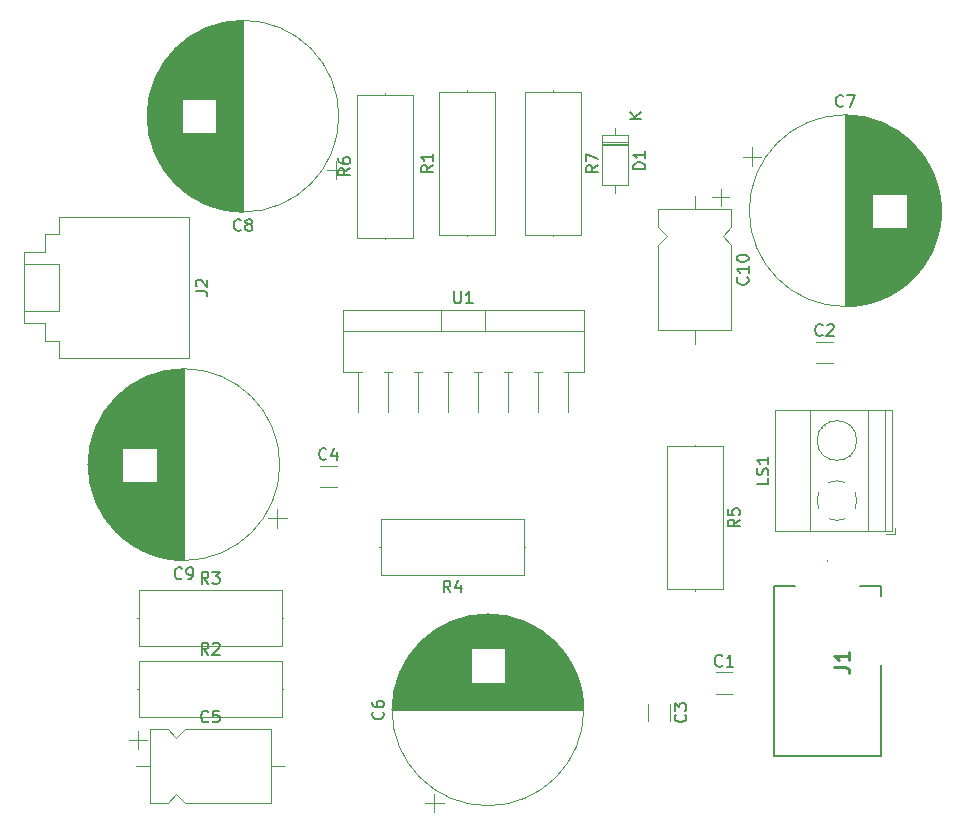
<source format=gbr>
%TF.GenerationSoftware,KiCad,Pcbnew,8.0.2*%
%TF.CreationDate,2024-06-05T21:35:29-04:00*%
%TF.ProjectId,pcb,7063622e-6b69-4636-9164-5f7063625858,rev?*%
%TF.SameCoordinates,Original*%
%TF.FileFunction,Legend,Top*%
%TF.FilePolarity,Positive*%
%FSLAX46Y46*%
G04 Gerber Fmt 4.6, Leading zero omitted, Abs format (unit mm)*
G04 Created by KiCad (PCBNEW 8.0.2) date 2024-06-05 21:35:29*
%MOMM*%
%LPD*%
G01*
G04 APERTURE LIST*
%ADD10C,0.150000*%
%ADD11C,0.254000*%
%ADD12C,0.120000*%
%ADD13C,0.200000*%
%ADD14C,0.100000*%
G04 APERTURE END LIST*
D10*
X110834819Y-73416666D02*
X110358628Y-73749999D01*
X110834819Y-73988094D02*
X109834819Y-73988094D01*
X109834819Y-73988094D02*
X109834819Y-73607142D01*
X109834819Y-73607142D02*
X109882438Y-73511904D01*
X109882438Y-73511904D02*
X109930057Y-73464285D01*
X109930057Y-73464285D02*
X110025295Y-73416666D01*
X110025295Y-73416666D02*
X110168152Y-73416666D01*
X110168152Y-73416666D02*
X110263390Y-73464285D01*
X110263390Y-73464285D02*
X110311009Y-73511904D01*
X110311009Y-73511904D02*
X110358628Y-73607142D01*
X110358628Y-73607142D02*
X110358628Y-73988094D01*
X109834819Y-72559523D02*
X109834819Y-72749999D01*
X109834819Y-72749999D02*
X109882438Y-72845237D01*
X109882438Y-72845237D02*
X109930057Y-72892856D01*
X109930057Y-72892856D02*
X110072914Y-72988094D01*
X110072914Y-72988094D02*
X110263390Y-73035713D01*
X110263390Y-73035713D02*
X110644342Y-73035713D01*
X110644342Y-73035713D02*
X110739580Y-72988094D01*
X110739580Y-72988094D02*
X110787200Y-72940475D01*
X110787200Y-72940475D02*
X110834819Y-72845237D01*
X110834819Y-72845237D02*
X110834819Y-72654761D01*
X110834819Y-72654761D02*
X110787200Y-72559523D01*
X110787200Y-72559523D02*
X110739580Y-72511904D01*
X110739580Y-72511904D02*
X110644342Y-72464285D01*
X110644342Y-72464285D02*
X110406247Y-72464285D01*
X110406247Y-72464285D02*
X110311009Y-72511904D01*
X110311009Y-72511904D02*
X110263390Y-72559523D01*
X110263390Y-72559523D02*
X110215771Y-72654761D01*
X110215771Y-72654761D02*
X110215771Y-72845237D01*
X110215771Y-72845237D02*
X110263390Y-72940475D01*
X110263390Y-72940475D02*
X110311009Y-72988094D01*
X110311009Y-72988094D02*
X110406247Y-73035713D01*
X117834819Y-73166666D02*
X117358628Y-73499999D01*
X117834819Y-73738094D02*
X116834819Y-73738094D01*
X116834819Y-73738094D02*
X116834819Y-73357142D01*
X116834819Y-73357142D02*
X116882438Y-73261904D01*
X116882438Y-73261904D02*
X116930057Y-73214285D01*
X116930057Y-73214285D02*
X117025295Y-73166666D01*
X117025295Y-73166666D02*
X117168152Y-73166666D01*
X117168152Y-73166666D02*
X117263390Y-73214285D01*
X117263390Y-73214285D02*
X117311009Y-73261904D01*
X117311009Y-73261904D02*
X117358628Y-73357142D01*
X117358628Y-73357142D02*
X117358628Y-73738094D01*
X117834819Y-72214285D02*
X117834819Y-72785713D01*
X117834819Y-72499999D02*
X116834819Y-72499999D01*
X116834819Y-72499999D02*
X116977676Y-72595237D01*
X116977676Y-72595237D02*
X117072914Y-72690475D01*
X117072914Y-72690475D02*
X117120533Y-72785713D01*
X143824819Y-103166666D02*
X143348628Y-103499999D01*
X143824819Y-103738094D02*
X142824819Y-103738094D01*
X142824819Y-103738094D02*
X142824819Y-103357142D01*
X142824819Y-103357142D02*
X142872438Y-103261904D01*
X142872438Y-103261904D02*
X142920057Y-103214285D01*
X142920057Y-103214285D02*
X143015295Y-103166666D01*
X143015295Y-103166666D02*
X143158152Y-103166666D01*
X143158152Y-103166666D02*
X143253390Y-103214285D01*
X143253390Y-103214285D02*
X143301009Y-103261904D01*
X143301009Y-103261904D02*
X143348628Y-103357142D01*
X143348628Y-103357142D02*
X143348628Y-103738094D01*
X142824819Y-102261904D02*
X142824819Y-102738094D01*
X142824819Y-102738094D02*
X143301009Y-102785713D01*
X143301009Y-102785713D02*
X143253390Y-102738094D01*
X143253390Y-102738094D02*
X143205771Y-102642856D01*
X143205771Y-102642856D02*
X143205771Y-102404761D01*
X143205771Y-102404761D02*
X143253390Y-102309523D01*
X143253390Y-102309523D02*
X143301009Y-102261904D01*
X143301009Y-102261904D02*
X143396247Y-102214285D01*
X143396247Y-102214285D02*
X143634342Y-102214285D01*
X143634342Y-102214285D02*
X143729580Y-102261904D01*
X143729580Y-102261904D02*
X143777200Y-102309523D01*
X143777200Y-102309523D02*
X143824819Y-102404761D01*
X143824819Y-102404761D02*
X143824819Y-102642856D01*
X143824819Y-102642856D02*
X143777200Y-102738094D01*
X143777200Y-102738094D02*
X143729580Y-102785713D01*
X97754819Y-83833333D02*
X98469104Y-83833333D01*
X98469104Y-83833333D02*
X98611961Y-83880952D01*
X98611961Y-83880952D02*
X98707200Y-83976190D01*
X98707200Y-83976190D02*
X98754819Y-84119047D01*
X98754819Y-84119047D02*
X98754819Y-84214285D01*
X97850057Y-83404761D02*
X97802438Y-83357142D01*
X97802438Y-83357142D02*
X97754819Y-83261904D01*
X97754819Y-83261904D02*
X97754819Y-83023809D01*
X97754819Y-83023809D02*
X97802438Y-82928571D01*
X97802438Y-82928571D02*
X97850057Y-82880952D01*
X97850057Y-82880952D02*
X97945295Y-82833333D01*
X97945295Y-82833333D02*
X98040533Y-82833333D01*
X98040533Y-82833333D02*
X98183390Y-82880952D01*
X98183390Y-82880952D02*
X98754819Y-83452380D01*
X98754819Y-83452380D02*
X98754819Y-82833333D01*
X152583333Y-68109580D02*
X152535714Y-68157200D01*
X152535714Y-68157200D02*
X152392857Y-68204819D01*
X152392857Y-68204819D02*
X152297619Y-68204819D01*
X152297619Y-68204819D02*
X152154762Y-68157200D01*
X152154762Y-68157200D02*
X152059524Y-68061961D01*
X152059524Y-68061961D02*
X152011905Y-67966723D01*
X152011905Y-67966723D02*
X151964286Y-67776247D01*
X151964286Y-67776247D02*
X151964286Y-67633390D01*
X151964286Y-67633390D02*
X152011905Y-67442914D01*
X152011905Y-67442914D02*
X152059524Y-67347676D01*
X152059524Y-67347676D02*
X152154762Y-67252438D01*
X152154762Y-67252438D02*
X152297619Y-67204819D01*
X152297619Y-67204819D02*
X152392857Y-67204819D01*
X152392857Y-67204819D02*
X152535714Y-67252438D01*
X152535714Y-67252438D02*
X152583333Y-67300057D01*
X152916667Y-67204819D02*
X153583333Y-67204819D01*
X153583333Y-67204819D02*
X153154762Y-68204819D01*
X135824819Y-73488094D02*
X134824819Y-73488094D01*
X134824819Y-73488094D02*
X134824819Y-73249999D01*
X134824819Y-73249999D02*
X134872438Y-73107142D01*
X134872438Y-73107142D02*
X134967676Y-73011904D01*
X134967676Y-73011904D02*
X135062914Y-72964285D01*
X135062914Y-72964285D02*
X135253390Y-72916666D01*
X135253390Y-72916666D02*
X135396247Y-72916666D01*
X135396247Y-72916666D02*
X135586723Y-72964285D01*
X135586723Y-72964285D02*
X135681961Y-73011904D01*
X135681961Y-73011904D02*
X135777200Y-73107142D01*
X135777200Y-73107142D02*
X135824819Y-73249999D01*
X135824819Y-73249999D02*
X135824819Y-73488094D01*
X135824819Y-71964285D02*
X135824819Y-72535713D01*
X135824819Y-72249999D02*
X134824819Y-72249999D01*
X134824819Y-72249999D02*
X134967676Y-72345237D01*
X134967676Y-72345237D02*
X135062914Y-72440475D01*
X135062914Y-72440475D02*
X135110533Y-72535713D01*
X135504819Y-69201904D02*
X134504819Y-69201904D01*
X135504819Y-68630476D02*
X134933390Y-69059047D01*
X134504819Y-68630476D02*
X135076247Y-69201904D01*
X142333333Y-115509580D02*
X142285714Y-115557200D01*
X142285714Y-115557200D02*
X142142857Y-115604819D01*
X142142857Y-115604819D02*
X142047619Y-115604819D01*
X142047619Y-115604819D02*
X141904762Y-115557200D01*
X141904762Y-115557200D02*
X141809524Y-115461961D01*
X141809524Y-115461961D02*
X141761905Y-115366723D01*
X141761905Y-115366723D02*
X141714286Y-115176247D01*
X141714286Y-115176247D02*
X141714286Y-115033390D01*
X141714286Y-115033390D02*
X141761905Y-114842914D01*
X141761905Y-114842914D02*
X141809524Y-114747676D01*
X141809524Y-114747676D02*
X141904762Y-114652438D01*
X141904762Y-114652438D02*
X142047619Y-114604819D01*
X142047619Y-114604819D02*
X142142857Y-114604819D01*
X142142857Y-114604819D02*
X142285714Y-114652438D01*
X142285714Y-114652438D02*
X142333333Y-114700057D01*
X143285714Y-115604819D02*
X142714286Y-115604819D01*
X143000000Y-115604819D02*
X143000000Y-114604819D01*
X143000000Y-114604819D02*
X142904762Y-114747676D01*
X142904762Y-114747676D02*
X142809524Y-114842914D01*
X142809524Y-114842914D02*
X142714286Y-114890533D01*
X96596088Y-108109580D02*
X96548469Y-108157200D01*
X96548469Y-108157200D02*
X96405612Y-108204819D01*
X96405612Y-108204819D02*
X96310374Y-108204819D01*
X96310374Y-108204819D02*
X96167517Y-108157200D01*
X96167517Y-108157200D02*
X96072279Y-108061961D01*
X96072279Y-108061961D02*
X96024660Y-107966723D01*
X96024660Y-107966723D02*
X95977041Y-107776247D01*
X95977041Y-107776247D02*
X95977041Y-107633390D01*
X95977041Y-107633390D02*
X96024660Y-107442914D01*
X96024660Y-107442914D02*
X96072279Y-107347676D01*
X96072279Y-107347676D02*
X96167517Y-107252438D01*
X96167517Y-107252438D02*
X96310374Y-107204819D01*
X96310374Y-107204819D02*
X96405612Y-107204819D01*
X96405612Y-107204819D02*
X96548469Y-107252438D01*
X96548469Y-107252438D02*
X96596088Y-107300057D01*
X97072279Y-108204819D02*
X97262755Y-108204819D01*
X97262755Y-108204819D02*
X97357993Y-108157200D01*
X97357993Y-108157200D02*
X97405612Y-108109580D01*
X97405612Y-108109580D02*
X97500850Y-107966723D01*
X97500850Y-107966723D02*
X97548469Y-107776247D01*
X97548469Y-107776247D02*
X97548469Y-107395295D01*
X97548469Y-107395295D02*
X97500850Y-107300057D01*
X97500850Y-107300057D02*
X97453231Y-107252438D01*
X97453231Y-107252438D02*
X97357993Y-107204819D01*
X97357993Y-107204819D02*
X97167517Y-107204819D01*
X97167517Y-107204819D02*
X97072279Y-107252438D01*
X97072279Y-107252438D02*
X97024660Y-107300057D01*
X97024660Y-107300057D02*
X96977041Y-107395295D01*
X96977041Y-107395295D02*
X96977041Y-107633390D01*
X96977041Y-107633390D02*
X97024660Y-107728628D01*
X97024660Y-107728628D02*
X97072279Y-107776247D01*
X97072279Y-107776247D02*
X97167517Y-107823866D01*
X97167517Y-107823866D02*
X97357993Y-107823866D01*
X97357993Y-107823866D02*
X97453231Y-107776247D01*
X97453231Y-107776247D02*
X97500850Y-107728628D01*
X97500850Y-107728628D02*
X97548469Y-107633390D01*
X113609580Y-119429421D02*
X113657200Y-119477040D01*
X113657200Y-119477040D02*
X113704819Y-119619897D01*
X113704819Y-119619897D02*
X113704819Y-119715135D01*
X113704819Y-119715135D02*
X113657200Y-119857992D01*
X113657200Y-119857992D02*
X113561961Y-119953230D01*
X113561961Y-119953230D02*
X113466723Y-120000849D01*
X113466723Y-120000849D02*
X113276247Y-120048468D01*
X113276247Y-120048468D02*
X113133390Y-120048468D01*
X113133390Y-120048468D02*
X112942914Y-120000849D01*
X112942914Y-120000849D02*
X112847676Y-119953230D01*
X112847676Y-119953230D02*
X112752438Y-119857992D01*
X112752438Y-119857992D02*
X112704819Y-119715135D01*
X112704819Y-119715135D02*
X112704819Y-119619897D01*
X112704819Y-119619897D02*
X112752438Y-119477040D01*
X112752438Y-119477040D02*
X112800057Y-119429421D01*
X112704819Y-118572278D02*
X112704819Y-118762754D01*
X112704819Y-118762754D02*
X112752438Y-118857992D01*
X112752438Y-118857992D02*
X112800057Y-118905611D01*
X112800057Y-118905611D02*
X112942914Y-119000849D01*
X112942914Y-119000849D02*
X113133390Y-119048468D01*
X113133390Y-119048468D02*
X113514342Y-119048468D01*
X113514342Y-119048468D02*
X113609580Y-119000849D01*
X113609580Y-119000849D02*
X113657200Y-118953230D01*
X113657200Y-118953230D02*
X113704819Y-118857992D01*
X113704819Y-118857992D02*
X113704819Y-118667516D01*
X113704819Y-118667516D02*
X113657200Y-118572278D01*
X113657200Y-118572278D02*
X113609580Y-118524659D01*
X113609580Y-118524659D02*
X113514342Y-118477040D01*
X113514342Y-118477040D02*
X113276247Y-118477040D01*
X113276247Y-118477040D02*
X113181009Y-118524659D01*
X113181009Y-118524659D02*
X113133390Y-118572278D01*
X113133390Y-118572278D02*
X113085771Y-118667516D01*
X113085771Y-118667516D02*
X113085771Y-118857992D01*
X113085771Y-118857992D02*
X113133390Y-118953230D01*
X113133390Y-118953230D02*
X113181009Y-119000849D01*
X113181009Y-119000849D02*
X113276247Y-119048468D01*
X150833333Y-87509580D02*
X150785714Y-87557200D01*
X150785714Y-87557200D02*
X150642857Y-87604819D01*
X150642857Y-87604819D02*
X150547619Y-87604819D01*
X150547619Y-87604819D02*
X150404762Y-87557200D01*
X150404762Y-87557200D02*
X150309524Y-87461961D01*
X150309524Y-87461961D02*
X150261905Y-87366723D01*
X150261905Y-87366723D02*
X150214286Y-87176247D01*
X150214286Y-87176247D02*
X150214286Y-87033390D01*
X150214286Y-87033390D02*
X150261905Y-86842914D01*
X150261905Y-86842914D02*
X150309524Y-86747676D01*
X150309524Y-86747676D02*
X150404762Y-86652438D01*
X150404762Y-86652438D02*
X150547619Y-86604819D01*
X150547619Y-86604819D02*
X150642857Y-86604819D01*
X150642857Y-86604819D02*
X150785714Y-86652438D01*
X150785714Y-86652438D02*
X150833333Y-86700057D01*
X151214286Y-86700057D02*
X151261905Y-86652438D01*
X151261905Y-86652438D02*
X151357143Y-86604819D01*
X151357143Y-86604819D02*
X151595238Y-86604819D01*
X151595238Y-86604819D02*
X151690476Y-86652438D01*
X151690476Y-86652438D02*
X151738095Y-86700057D01*
X151738095Y-86700057D02*
X151785714Y-86795295D01*
X151785714Y-86795295D02*
X151785714Y-86890533D01*
X151785714Y-86890533D02*
X151738095Y-87033390D01*
X151738095Y-87033390D02*
X151166667Y-87604819D01*
X151166667Y-87604819D02*
X151785714Y-87604819D01*
X139209580Y-119666666D02*
X139257200Y-119714285D01*
X139257200Y-119714285D02*
X139304819Y-119857142D01*
X139304819Y-119857142D02*
X139304819Y-119952380D01*
X139304819Y-119952380D02*
X139257200Y-120095237D01*
X139257200Y-120095237D02*
X139161961Y-120190475D01*
X139161961Y-120190475D02*
X139066723Y-120238094D01*
X139066723Y-120238094D02*
X138876247Y-120285713D01*
X138876247Y-120285713D02*
X138733390Y-120285713D01*
X138733390Y-120285713D02*
X138542914Y-120238094D01*
X138542914Y-120238094D02*
X138447676Y-120190475D01*
X138447676Y-120190475D02*
X138352438Y-120095237D01*
X138352438Y-120095237D02*
X138304819Y-119952380D01*
X138304819Y-119952380D02*
X138304819Y-119857142D01*
X138304819Y-119857142D02*
X138352438Y-119714285D01*
X138352438Y-119714285D02*
X138400057Y-119666666D01*
X138304819Y-119333332D02*
X138304819Y-118714285D01*
X138304819Y-118714285D02*
X138685771Y-119047618D01*
X138685771Y-119047618D02*
X138685771Y-118904761D01*
X138685771Y-118904761D02*
X138733390Y-118809523D01*
X138733390Y-118809523D02*
X138781009Y-118761904D01*
X138781009Y-118761904D02*
X138876247Y-118714285D01*
X138876247Y-118714285D02*
X139114342Y-118714285D01*
X139114342Y-118714285D02*
X139209580Y-118761904D01*
X139209580Y-118761904D02*
X139257200Y-118809523D01*
X139257200Y-118809523D02*
X139304819Y-118904761D01*
X139304819Y-118904761D02*
X139304819Y-119190475D01*
X139304819Y-119190475D02*
X139257200Y-119285713D01*
X139257200Y-119285713D02*
X139209580Y-119333332D01*
X98833333Y-120239580D02*
X98785714Y-120287200D01*
X98785714Y-120287200D02*
X98642857Y-120334819D01*
X98642857Y-120334819D02*
X98547619Y-120334819D01*
X98547619Y-120334819D02*
X98404762Y-120287200D01*
X98404762Y-120287200D02*
X98309524Y-120191961D01*
X98309524Y-120191961D02*
X98261905Y-120096723D01*
X98261905Y-120096723D02*
X98214286Y-119906247D01*
X98214286Y-119906247D02*
X98214286Y-119763390D01*
X98214286Y-119763390D02*
X98261905Y-119572914D01*
X98261905Y-119572914D02*
X98309524Y-119477676D01*
X98309524Y-119477676D02*
X98404762Y-119382438D01*
X98404762Y-119382438D02*
X98547619Y-119334819D01*
X98547619Y-119334819D02*
X98642857Y-119334819D01*
X98642857Y-119334819D02*
X98785714Y-119382438D01*
X98785714Y-119382438D02*
X98833333Y-119430057D01*
X99738095Y-119334819D02*
X99261905Y-119334819D01*
X99261905Y-119334819D02*
X99214286Y-119811009D01*
X99214286Y-119811009D02*
X99261905Y-119763390D01*
X99261905Y-119763390D02*
X99357143Y-119715771D01*
X99357143Y-119715771D02*
X99595238Y-119715771D01*
X99595238Y-119715771D02*
X99690476Y-119763390D01*
X99690476Y-119763390D02*
X99738095Y-119811009D01*
X99738095Y-119811009D02*
X99785714Y-119906247D01*
X99785714Y-119906247D02*
X99785714Y-120144342D01*
X99785714Y-120144342D02*
X99738095Y-120239580D01*
X99738095Y-120239580D02*
X99690476Y-120287200D01*
X99690476Y-120287200D02*
X99595238Y-120334819D01*
X99595238Y-120334819D02*
X99357143Y-120334819D01*
X99357143Y-120334819D02*
X99261905Y-120287200D01*
X99261905Y-120287200D02*
X99214286Y-120239580D01*
X119658095Y-83834819D02*
X119658095Y-84644342D01*
X119658095Y-84644342D02*
X119705714Y-84739580D01*
X119705714Y-84739580D02*
X119753333Y-84787200D01*
X119753333Y-84787200D02*
X119848571Y-84834819D01*
X119848571Y-84834819D02*
X120039047Y-84834819D01*
X120039047Y-84834819D02*
X120134285Y-84787200D01*
X120134285Y-84787200D02*
X120181904Y-84739580D01*
X120181904Y-84739580D02*
X120229523Y-84644342D01*
X120229523Y-84644342D02*
X120229523Y-83834819D01*
X121229523Y-84834819D02*
X120658095Y-84834819D01*
X120943809Y-84834819D02*
X120943809Y-83834819D01*
X120943809Y-83834819D02*
X120848571Y-83977676D01*
X120848571Y-83977676D02*
X120753333Y-84072914D01*
X120753333Y-84072914D02*
X120658095Y-84120533D01*
X131824819Y-73166666D02*
X131348628Y-73499999D01*
X131824819Y-73738094D02*
X130824819Y-73738094D01*
X130824819Y-73738094D02*
X130824819Y-73357142D01*
X130824819Y-73357142D02*
X130872438Y-73261904D01*
X130872438Y-73261904D02*
X130920057Y-73214285D01*
X130920057Y-73214285D02*
X131015295Y-73166666D01*
X131015295Y-73166666D02*
X131158152Y-73166666D01*
X131158152Y-73166666D02*
X131253390Y-73214285D01*
X131253390Y-73214285D02*
X131301009Y-73261904D01*
X131301009Y-73261904D02*
X131348628Y-73357142D01*
X131348628Y-73357142D02*
X131348628Y-73738094D01*
X130824819Y-72833332D02*
X130824819Y-72166666D01*
X130824819Y-72166666D02*
X131824819Y-72595237D01*
X98833333Y-108584819D02*
X98500000Y-108108628D01*
X98261905Y-108584819D02*
X98261905Y-107584819D01*
X98261905Y-107584819D02*
X98642857Y-107584819D01*
X98642857Y-107584819D02*
X98738095Y-107632438D01*
X98738095Y-107632438D02*
X98785714Y-107680057D01*
X98785714Y-107680057D02*
X98833333Y-107775295D01*
X98833333Y-107775295D02*
X98833333Y-107918152D01*
X98833333Y-107918152D02*
X98785714Y-108013390D01*
X98785714Y-108013390D02*
X98738095Y-108061009D01*
X98738095Y-108061009D02*
X98642857Y-108108628D01*
X98642857Y-108108628D02*
X98261905Y-108108628D01*
X99166667Y-107584819D02*
X99785714Y-107584819D01*
X99785714Y-107584819D02*
X99452381Y-107965771D01*
X99452381Y-107965771D02*
X99595238Y-107965771D01*
X99595238Y-107965771D02*
X99690476Y-108013390D01*
X99690476Y-108013390D02*
X99738095Y-108061009D01*
X99738095Y-108061009D02*
X99785714Y-108156247D01*
X99785714Y-108156247D02*
X99785714Y-108394342D01*
X99785714Y-108394342D02*
X99738095Y-108489580D01*
X99738095Y-108489580D02*
X99690476Y-108537200D01*
X99690476Y-108537200D02*
X99595238Y-108584819D01*
X99595238Y-108584819D02*
X99309524Y-108584819D01*
X99309524Y-108584819D02*
X99214286Y-108537200D01*
X99214286Y-108537200D02*
X99166667Y-108489580D01*
X108833333Y-98009580D02*
X108785714Y-98057200D01*
X108785714Y-98057200D02*
X108642857Y-98104819D01*
X108642857Y-98104819D02*
X108547619Y-98104819D01*
X108547619Y-98104819D02*
X108404762Y-98057200D01*
X108404762Y-98057200D02*
X108309524Y-97961961D01*
X108309524Y-97961961D02*
X108261905Y-97866723D01*
X108261905Y-97866723D02*
X108214286Y-97676247D01*
X108214286Y-97676247D02*
X108214286Y-97533390D01*
X108214286Y-97533390D02*
X108261905Y-97342914D01*
X108261905Y-97342914D02*
X108309524Y-97247676D01*
X108309524Y-97247676D02*
X108404762Y-97152438D01*
X108404762Y-97152438D02*
X108547619Y-97104819D01*
X108547619Y-97104819D02*
X108642857Y-97104819D01*
X108642857Y-97104819D02*
X108785714Y-97152438D01*
X108785714Y-97152438D02*
X108833333Y-97200057D01*
X109690476Y-97438152D02*
X109690476Y-98104819D01*
X109452381Y-97057200D02*
X109214286Y-97771485D01*
X109214286Y-97771485D02*
X109833333Y-97771485D01*
D11*
X151839318Y-115623332D02*
X152746461Y-115623332D01*
X152746461Y-115623332D02*
X152927889Y-115683809D01*
X152927889Y-115683809D02*
X153048842Y-115804761D01*
X153048842Y-115804761D02*
X153109318Y-115986190D01*
X153109318Y-115986190D02*
X153109318Y-116107142D01*
X153109318Y-114353332D02*
X153109318Y-115079047D01*
X153109318Y-114716190D02*
X151839318Y-114716190D01*
X151839318Y-114716190D02*
X152020746Y-114837142D01*
X152020746Y-114837142D02*
X152141699Y-114958094D01*
X152141699Y-114958094D02*
X152202175Y-115079047D01*
D10*
X101596088Y-78609580D02*
X101548469Y-78657200D01*
X101548469Y-78657200D02*
X101405612Y-78704819D01*
X101405612Y-78704819D02*
X101310374Y-78704819D01*
X101310374Y-78704819D02*
X101167517Y-78657200D01*
X101167517Y-78657200D02*
X101072279Y-78561961D01*
X101072279Y-78561961D02*
X101024660Y-78466723D01*
X101024660Y-78466723D02*
X100977041Y-78276247D01*
X100977041Y-78276247D02*
X100977041Y-78133390D01*
X100977041Y-78133390D02*
X101024660Y-77942914D01*
X101024660Y-77942914D02*
X101072279Y-77847676D01*
X101072279Y-77847676D02*
X101167517Y-77752438D01*
X101167517Y-77752438D02*
X101310374Y-77704819D01*
X101310374Y-77704819D02*
X101405612Y-77704819D01*
X101405612Y-77704819D02*
X101548469Y-77752438D01*
X101548469Y-77752438D02*
X101596088Y-77800057D01*
X102167517Y-78133390D02*
X102072279Y-78085771D01*
X102072279Y-78085771D02*
X102024660Y-78038152D01*
X102024660Y-78038152D02*
X101977041Y-77942914D01*
X101977041Y-77942914D02*
X101977041Y-77895295D01*
X101977041Y-77895295D02*
X102024660Y-77800057D01*
X102024660Y-77800057D02*
X102072279Y-77752438D01*
X102072279Y-77752438D02*
X102167517Y-77704819D01*
X102167517Y-77704819D02*
X102357993Y-77704819D01*
X102357993Y-77704819D02*
X102453231Y-77752438D01*
X102453231Y-77752438D02*
X102500850Y-77800057D01*
X102500850Y-77800057D02*
X102548469Y-77895295D01*
X102548469Y-77895295D02*
X102548469Y-77942914D01*
X102548469Y-77942914D02*
X102500850Y-78038152D01*
X102500850Y-78038152D02*
X102453231Y-78085771D01*
X102453231Y-78085771D02*
X102357993Y-78133390D01*
X102357993Y-78133390D02*
X102167517Y-78133390D01*
X102167517Y-78133390D02*
X102072279Y-78181009D01*
X102072279Y-78181009D02*
X102024660Y-78228628D01*
X102024660Y-78228628D02*
X101977041Y-78323866D01*
X101977041Y-78323866D02*
X101977041Y-78514342D01*
X101977041Y-78514342D02*
X102024660Y-78609580D01*
X102024660Y-78609580D02*
X102072279Y-78657200D01*
X102072279Y-78657200D02*
X102167517Y-78704819D01*
X102167517Y-78704819D02*
X102357993Y-78704819D01*
X102357993Y-78704819D02*
X102453231Y-78657200D01*
X102453231Y-78657200D02*
X102500850Y-78609580D01*
X102500850Y-78609580D02*
X102548469Y-78514342D01*
X102548469Y-78514342D02*
X102548469Y-78323866D01*
X102548469Y-78323866D02*
X102500850Y-78228628D01*
X102500850Y-78228628D02*
X102453231Y-78181009D01*
X102453231Y-78181009D02*
X102357993Y-78133390D01*
X146249819Y-99647857D02*
X146249819Y-100124047D01*
X146249819Y-100124047D02*
X145249819Y-100124047D01*
X146202200Y-99362142D02*
X146249819Y-99219285D01*
X146249819Y-99219285D02*
X146249819Y-98981190D01*
X146249819Y-98981190D02*
X146202200Y-98885952D01*
X146202200Y-98885952D02*
X146154580Y-98838333D01*
X146154580Y-98838333D02*
X146059342Y-98790714D01*
X146059342Y-98790714D02*
X145964104Y-98790714D01*
X145964104Y-98790714D02*
X145868866Y-98838333D01*
X145868866Y-98838333D02*
X145821247Y-98885952D01*
X145821247Y-98885952D02*
X145773628Y-98981190D01*
X145773628Y-98981190D02*
X145726009Y-99171666D01*
X145726009Y-99171666D02*
X145678390Y-99266904D01*
X145678390Y-99266904D02*
X145630771Y-99314523D01*
X145630771Y-99314523D02*
X145535533Y-99362142D01*
X145535533Y-99362142D02*
X145440295Y-99362142D01*
X145440295Y-99362142D02*
X145345057Y-99314523D01*
X145345057Y-99314523D02*
X145297438Y-99266904D01*
X145297438Y-99266904D02*
X145249819Y-99171666D01*
X145249819Y-99171666D02*
X145249819Y-98933571D01*
X145249819Y-98933571D02*
X145297438Y-98790714D01*
X146249819Y-97838333D02*
X146249819Y-98409761D01*
X146249819Y-98124047D02*
X145249819Y-98124047D01*
X145249819Y-98124047D02*
X145392676Y-98219285D01*
X145392676Y-98219285D02*
X145487914Y-98314523D01*
X145487914Y-98314523D02*
X145535533Y-98409761D01*
X144479580Y-82642857D02*
X144527200Y-82690476D01*
X144527200Y-82690476D02*
X144574819Y-82833333D01*
X144574819Y-82833333D02*
X144574819Y-82928571D01*
X144574819Y-82928571D02*
X144527200Y-83071428D01*
X144527200Y-83071428D02*
X144431961Y-83166666D01*
X144431961Y-83166666D02*
X144336723Y-83214285D01*
X144336723Y-83214285D02*
X144146247Y-83261904D01*
X144146247Y-83261904D02*
X144003390Y-83261904D01*
X144003390Y-83261904D02*
X143812914Y-83214285D01*
X143812914Y-83214285D02*
X143717676Y-83166666D01*
X143717676Y-83166666D02*
X143622438Y-83071428D01*
X143622438Y-83071428D02*
X143574819Y-82928571D01*
X143574819Y-82928571D02*
X143574819Y-82833333D01*
X143574819Y-82833333D02*
X143622438Y-82690476D01*
X143622438Y-82690476D02*
X143670057Y-82642857D01*
X144574819Y-81690476D02*
X144574819Y-82261904D01*
X144574819Y-81976190D02*
X143574819Y-81976190D01*
X143574819Y-81976190D02*
X143717676Y-82071428D01*
X143717676Y-82071428D02*
X143812914Y-82166666D01*
X143812914Y-82166666D02*
X143860533Y-82261904D01*
X143574819Y-81071428D02*
X143574819Y-80976190D01*
X143574819Y-80976190D02*
X143622438Y-80880952D01*
X143622438Y-80880952D02*
X143670057Y-80833333D01*
X143670057Y-80833333D02*
X143765295Y-80785714D01*
X143765295Y-80785714D02*
X143955771Y-80738095D01*
X143955771Y-80738095D02*
X144193866Y-80738095D01*
X144193866Y-80738095D02*
X144384342Y-80785714D01*
X144384342Y-80785714D02*
X144479580Y-80833333D01*
X144479580Y-80833333D02*
X144527200Y-80880952D01*
X144527200Y-80880952D02*
X144574819Y-80976190D01*
X144574819Y-80976190D02*
X144574819Y-81071428D01*
X144574819Y-81071428D02*
X144527200Y-81166666D01*
X144527200Y-81166666D02*
X144479580Y-81214285D01*
X144479580Y-81214285D02*
X144384342Y-81261904D01*
X144384342Y-81261904D02*
X144193866Y-81309523D01*
X144193866Y-81309523D02*
X143955771Y-81309523D01*
X143955771Y-81309523D02*
X143765295Y-81261904D01*
X143765295Y-81261904D02*
X143670057Y-81214285D01*
X143670057Y-81214285D02*
X143622438Y-81166666D01*
X143622438Y-81166666D02*
X143574819Y-81071428D01*
X119333333Y-109324819D02*
X119000000Y-108848628D01*
X118761905Y-109324819D02*
X118761905Y-108324819D01*
X118761905Y-108324819D02*
X119142857Y-108324819D01*
X119142857Y-108324819D02*
X119238095Y-108372438D01*
X119238095Y-108372438D02*
X119285714Y-108420057D01*
X119285714Y-108420057D02*
X119333333Y-108515295D01*
X119333333Y-108515295D02*
X119333333Y-108658152D01*
X119333333Y-108658152D02*
X119285714Y-108753390D01*
X119285714Y-108753390D02*
X119238095Y-108801009D01*
X119238095Y-108801009D02*
X119142857Y-108848628D01*
X119142857Y-108848628D02*
X118761905Y-108848628D01*
X120190476Y-108658152D02*
X120190476Y-109324819D01*
X119952381Y-108277200D02*
X119714286Y-108991485D01*
X119714286Y-108991485D02*
X120333333Y-108991485D01*
X98833333Y-114584819D02*
X98500000Y-114108628D01*
X98261905Y-114584819D02*
X98261905Y-113584819D01*
X98261905Y-113584819D02*
X98642857Y-113584819D01*
X98642857Y-113584819D02*
X98738095Y-113632438D01*
X98738095Y-113632438D02*
X98785714Y-113680057D01*
X98785714Y-113680057D02*
X98833333Y-113775295D01*
X98833333Y-113775295D02*
X98833333Y-113918152D01*
X98833333Y-113918152D02*
X98785714Y-114013390D01*
X98785714Y-114013390D02*
X98738095Y-114061009D01*
X98738095Y-114061009D02*
X98642857Y-114108628D01*
X98642857Y-114108628D02*
X98261905Y-114108628D01*
X99214286Y-113680057D02*
X99261905Y-113632438D01*
X99261905Y-113632438D02*
X99357143Y-113584819D01*
X99357143Y-113584819D02*
X99595238Y-113584819D01*
X99595238Y-113584819D02*
X99690476Y-113632438D01*
X99690476Y-113632438D02*
X99738095Y-113680057D01*
X99738095Y-113680057D02*
X99785714Y-113775295D01*
X99785714Y-113775295D02*
X99785714Y-113870533D01*
X99785714Y-113870533D02*
X99738095Y-114013390D01*
X99738095Y-114013390D02*
X99166667Y-114584819D01*
X99166667Y-114584819D02*
X99785714Y-114584819D01*
D12*
%TO.C,R6*%
X111380000Y-67180000D02*
X111380000Y-79320000D01*
X111380000Y-79320000D02*
X116120000Y-79320000D01*
X113750000Y-67070000D02*
X113750000Y-67180000D01*
X113750000Y-79430000D02*
X113750000Y-79320000D01*
X116120000Y-67180000D02*
X111380000Y-67180000D01*
X116120000Y-79320000D02*
X116120000Y-67180000D01*
%TO.C,R1*%
X118380000Y-66930000D02*
X118380000Y-79070000D01*
X118380000Y-79070000D02*
X123120000Y-79070000D01*
X120750000Y-66820000D02*
X120750000Y-66930000D01*
X120750000Y-79180000D02*
X120750000Y-79070000D01*
X123120000Y-66930000D02*
X118380000Y-66930000D01*
X123120000Y-79070000D02*
X123120000Y-66930000D01*
%TO.C,R5*%
X137630000Y-96930000D02*
X137630000Y-109070000D01*
X137630000Y-109070000D02*
X142370000Y-109070000D01*
X140000000Y-96820000D02*
X140000000Y-96930000D01*
X140000000Y-109180000D02*
X140000000Y-109070000D01*
X142370000Y-96930000D02*
X137630000Y-96930000D01*
X142370000Y-109070000D02*
X142370000Y-96930000D01*
%TO.C,J2*%
X83200000Y-80500000D02*
X85000000Y-80500000D01*
X83200000Y-85500000D02*
X86200000Y-85500000D01*
X83200000Y-86500000D02*
X83200000Y-80500000D01*
X85000000Y-79000000D02*
X86200000Y-79000000D01*
X85000000Y-80500000D02*
X85000000Y-79000000D01*
X85000000Y-86500000D02*
X83200000Y-86500000D01*
X85000000Y-88000000D02*
X85000000Y-86500000D01*
X86200000Y-77500000D02*
X97200000Y-77500000D01*
X86200000Y-79000000D02*
X86200000Y-77500000D01*
X86200000Y-81500000D02*
X83200000Y-81500000D01*
X86200000Y-85500000D02*
X86200000Y-81500000D01*
X86200000Y-88000000D02*
X85000000Y-88000000D01*
X86200000Y-89500000D02*
X86200000Y-88000000D01*
X97200000Y-77500000D02*
X97200000Y-89500000D01*
X97200000Y-89500000D02*
X86200000Y-89500000D01*
%TO.C,C7*%
X144060509Y-72445000D02*
X145660509Y-72445000D01*
X144860509Y-71645000D02*
X144860509Y-73245000D01*
X152750000Y-68919000D02*
X152750000Y-85081000D01*
X152790000Y-68920000D02*
X152790000Y-85080000D01*
X152830000Y-68920000D02*
X152830000Y-85080000D01*
X152870000Y-68920000D02*
X152870000Y-85080000D01*
X152910000Y-68921000D02*
X152910000Y-85079000D01*
X152950000Y-68922000D02*
X152950000Y-85078000D01*
X152990000Y-68923000D02*
X152990000Y-85077000D01*
X153030000Y-68924000D02*
X153030000Y-85076000D01*
X153070000Y-68926000D02*
X153070000Y-85074000D01*
X153110000Y-68927000D02*
X153110000Y-85073000D01*
X153150000Y-68929000D02*
X153150000Y-85071000D01*
X153190000Y-68931000D02*
X153190000Y-85069000D01*
X153230000Y-68934000D02*
X153230000Y-85066000D01*
X153270000Y-68936000D02*
X153270000Y-85064000D01*
X153310000Y-68939000D02*
X153310000Y-85061000D01*
X153350000Y-68942000D02*
X153350000Y-85058000D01*
X153390000Y-68945000D02*
X153390000Y-85055000D01*
X153430000Y-68948000D02*
X153430000Y-85052000D01*
X153471000Y-68951000D02*
X153471000Y-85049000D01*
X153511000Y-68955000D02*
X153511000Y-85045000D01*
X153551000Y-68959000D02*
X153551000Y-85041000D01*
X153591000Y-68963000D02*
X153591000Y-85037000D01*
X153631000Y-68967000D02*
X153631000Y-85033000D01*
X153671000Y-68972000D02*
X153671000Y-85028000D01*
X153711000Y-68976000D02*
X153711000Y-85024000D01*
X153751000Y-68981000D02*
X153751000Y-85019000D01*
X153791000Y-68986000D02*
X153791000Y-85014000D01*
X153831000Y-68992000D02*
X153831000Y-85008000D01*
X153871000Y-68997000D02*
X153871000Y-85003000D01*
X153911000Y-69003000D02*
X153911000Y-84997000D01*
X153951000Y-69009000D02*
X153951000Y-84991000D01*
X153991000Y-69015000D02*
X153991000Y-84985000D01*
X154031000Y-69021000D02*
X154031000Y-84979000D01*
X154071000Y-69028000D02*
X154071000Y-84972000D01*
X154111000Y-69034000D02*
X154111000Y-84966000D01*
X154151000Y-69041000D02*
X154151000Y-84959000D01*
X154191000Y-69048000D02*
X154191000Y-84952000D01*
X154231000Y-69056000D02*
X154231000Y-84944000D01*
X154271000Y-69063000D02*
X154271000Y-84937000D01*
X154311000Y-69071000D02*
X154311000Y-84929000D01*
X154351000Y-69079000D02*
X154351000Y-84921000D01*
X154391000Y-69087000D02*
X154391000Y-84913000D01*
X154431000Y-69095000D02*
X154431000Y-84905000D01*
X154471000Y-69104000D02*
X154471000Y-84896000D01*
X154511000Y-69113000D02*
X154511000Y-84887000D01*
X154551000Y-69122000D02*
X154551000Y-84878000D01*
X154591000Y-69131000D02*
X154591000Y-84869000D01*
X154631000Y-69140000D02*
X154631000Y-84860000D01*
X154671000Y-69150000D02*
X154671000Y-84850000D01*
X154711000Y-69160000D02*
X154711000Y-84840000D01*
X154751000Y-69170000D02*
X154751000Y-84830000D01*
X154791000Y-69180000D02*
X154791000Y-84820000D01*
X154831000Y-69190000D02*
X154831000Y-84810000D01*
X154871000Y-69201000D02*
X154871000Y-84799000D01*
X154911000Y-69212000D02*
X154911000Y-84788000D01*
X154951000Y-69223000D02*
X154951000Y-84777000D01*
X154991000Y-69235000D02*
X154991000Y-84765000D01*
X155031000Y-69246000D02*
X155031000Y-84754000D01*
X155071000Y-69258000D02*
X155071000Y-75560000D01*
X155071000Y-78440000D02*
X155071000Y-84742000D01*
X155111000Y-69270000D02*
X155111000Y-75560000D01*
X155111000Y-78440000D02*
X155111000Y-84730000D01*
X155151000Y-69282000D02*
X155151000Y-75560000D01*
X155151000Y-78440000D02*
X155151000Y-84718000D01*
X155191000Y-69295000D02*
X155191000Y-75560000D01*
X155191000Y-78440000D02*
X155191000Y-84705000D01*
X155231000Y-69307000D02*
X155231000Y-75560000D01*
X155231000Y-78440000D02*
X155231000Y-84693000D01*
X155271000Y-69320000D02*
X155271000Y-75560000D01*
X155271000Y-78440000D02*
X155271000Y-84680000D01*
X155311000Y-69334000D02*
X155311000Y-75560000D01*
X155311000Y-78440000D02*
X155311000Y-84666000D01*
X155351000Y-69347000D02*
X155351000Y-75560000D01*
X155351000Y-78440000D02*
X155351000Y-84653000D01*
X155391000Y-69361000D02*
X155391000Y-75560000D01*
X155391000Y-78440000D02*
X155391000Y-84639000D01*
X155431000Y-69375000D02*
X155431000Y-75560000D01*
X155431000Y-78440000D02*
X155431000Y-84625000D01*
X155471000Y-69389000D02*
X155471000Y-75560000D01*
X155471000Y-78440000D02*
X155471000Y-84611000D01*
X155511000Y-69403000D02*
X155511000Y-75560000D01*
X155511000Y-78440000D02*
X155511000Y-84597000D01*
X155551000Y-69418000D02*
X155551000Y-75560000D01*
X155551000Y-78440000D02*
X155551000Y-84582000D01*
X155591000Y-69432000D02*
X155591000Y-75560000D01*
X155591000Y-78440000D02*
X155591000Y-84568000D01*
X155631000Y-69447000D02*
X155631000Y-75560000D01*
X155631000Y-78440000D02*
X155631000Y-84553000D01*
X155671000Y-69463000D02*
X155671000Y-75560000D01*
X155671000Y-78440000D02*
X155671000Y-84537000D01*
X155711000Y-69478000D02*
X155711000Y-75560000D01*
X155711000Y-78440000D02*
X155711000Y-84522000D01*
X155751000Y-69494000D02*
X155751000Y-75560000D01*
X155751000Y-78440000D02*
X155751000Y-84506000D01*
X155791000Y-69510000D02*
X155791000Y-75560000D01*
X155791000Y-78440000D02*
X155791000Y-84490000D01*
X155831000Y-69526000D02*
X155831000Y-75560000D01*
X155831000Y-78440000D02*
X155831000Y-84474000D01*
X155871000Y-69543000D02*
X155871000Y-75560000D01*
X155871000Y-78440000D02*
X155871000Y-84457000D01*
X155911000Y-69560000D02*
X155911000Y-75560000D01*
X155911000Y-78440000D02*
X155911000Y-84440000D01*
X155951000Y-69577000D02*
X155951000Y-75560000D01*
X155951000Y-78440000D02*
X155951000Y-84423000D01*
X155991000Y-69594000D02*
X155991000Y-75560000D01*
X155991000Y-78440000D02*
X155991000Y-84406000D01*
X156031000Y-69611000D02*
X156031000Y-75560000D01*
X156031000Y-78440000D02*
X156031000Y-84389000D01*
X156071000Y-69629000D02*
X156071000Y-75560000D01*
X156071000Y-78440000D02*
X156071000Y-84371000D01*
X156111000Y-69647000D02*
X156111000Y-75560000D01*
X156111000Y-78440000D02*
X156111000Y-84353000D01*
X156151000Y-69666000D02*
X156151000Y-75560000D01*
X156151000Y-78440000D02*
X156151000Y-84334000D01*
X156191000Y-69684000D02*
X156191000Y-75560000D01*
X156191000Y-78440000D02*
X156191000Y-84316000D01*
X156231000Y-69703000D02*
X156231000Y-75560000D01*
X156231000Y-78440000D02*
X156231000Y-84297000D01*
X156271000Y-69722000D02*
X156271000Y-75560000D01*
X156271000Y-78440000D02*
X156271000Y-84278000D01*
X156311000Y-69742000D02*
X156311000Y-75560000D01*
X156311000Y-78440000D02*
X156311000Y-84258000D01*
X156351000Y-69761000D02*
X156351000Y-75560000D01*
X156351000Y-78440000D02*
X156351000Y-84239000D01*
X156391000Y-69781000D02*
X156391000Y-75560000D01*
X156391000Y-78440000D02*
X156391000Y-84219000D01*
X156431000Y-69801000D02*
X156431000Y-75560000D01*
X156431000Y-78440000D02*
X156431000Y-84199000D01*
X156471000Y-69822000D02*
X156471000Y-75560000D01*
X156471000Y-78440000D02*
X156471000Y-84178000D01*
X156511000Y-69843000D02*
X156511000Y-75560000D01*
X156511000Y-78440000D02*
X156511000Y-84157000D01*
X156551000Y-69864000D02*
X156551000Y-75560000D01*
X156551000Y-78440000D02*
X156551000Y-84136000D01*
X156591000Y-69885000D02*
X156591000Y-75560000D01*
X156591000Y-78440000D02*
X156591000Y-84115000D01*
X156631000Y-69906000D02*
X156631000Y-75560000D01*
X156631000Y-78440000D02*
X156631000Y-84094000D01*
X156671000Y-69928000D02*
X156671000Y-75560000D01*
X156671000Y-78440000D02*
X156671000Y-84072000D01*
X156711000Y-69951000D02*
X156711000Y-75560000D01*
X156711000Y-78440000D02*
X156711000Y-84049000D01*
X156751000Y-69973000D02*
X156751000Y-75560000D01*
X156751000Y-78440000D02*
X156751000Y-84027000D01*
X156791000Y-69996000D02*
X156791000Y-75560000D01*
X156791000Y-78440000D02*
X156791000Y-84004000D01*
X156831000Y-70019000D02*
X156831000Y-75560000D01*
X156831000Y-78440000D02*
X156831000Y-83981000D01*
X156871000Y-70042000D02*
X156871000Y-75560000D01*
X156871000Y-78440000D02*
X156871000Y-83958000D01*
X156911000Y-70066000D02*
X156911000Y-75560000D01*
X156911000Y-78440000D02*
X156911000Y-83934000D01*
X156951000Y-70090000D02*
X156951000Y-75560000D01*
X156951000Y-78440000D02*
X156951000Y-83910000D01*
X156991000Y-70114000D02*
X156991000Y-75560000D01*
X156991000Y-78440000D02*
X156991000Y-83886000D01*
X157031000Y-70139000D02*
X157031000Y-75560000D01*
X157031000Y-78440000D02*
X157031000Y-83861000D01*
X157071000Y-70164000D02*
X157071000Y-75560000D01*
X157071000Y-78440000D02*
X157071000Y-83836000D01*
X157111000Y-70189000D02*
X157111000Y-75560000D01*
X157111000Y-78440000D02*
X157111000Y-83811000D01*
X157151000Y-70215000D02*
X157151000Y-75560000D01*
X157151000Y-78440000D02*
X157151000Y-83785000D01*
X157191000Y-70241000D02*
X157191000Y-75560000D01*
X157191000Y-78440000D02*
X157191000Y-83759000D01*
X157231000Y-70267000D02*
X157231000Y-75560000D01*
X157231000Y-78440000D02*
X157231000Y-83733000D01*
X157271000Y-70294000D02*
X157271000Y-75560000D01*
X157271000Y-78440000D02*
X157271000Y-83706000D01*
X157311000Y-70321000D02*
X157311000Y-75560000D01*
X157311000Y-78440000D02*
X157311000Y-83679000D01*
X157351000Y-70348000D02*
X157351000Y-75560000D01*
X157351000Y-78440000D02*
X157351000Y-83652000D01*
X157391000Y-70376000D02*
X157391000Y-75560000D01*
X157391000Y-78440000D02*
X157391000Y-83624000D01*
X157431000Y-70404000D02*
X157431000Y-75560000D01*
X157431000Y-78440000D02*
X157431000Y-83596000D01*
X157471000Y-70432000D02*
X157471000Y-75560000D01*
X157471000Y-78440000D02*
X157471000Y-83568000D01*
X157511000Y-70461000D02*
X157511000Y-75560000D01*
X157511000Y-78440000D02*
X157511000Y-83539000D01*
X157551000Y-70490000D02*
X157551000Y-75560000D01*
X157551000Y-78440000D02*
X157551000Y-83510000D01*
X157591000Y-70520000D02*
X157591000Y-75560000D01*
X157591000Y-78440000D02*
X157591000Y-83480000D01*
X157631000Y-70550000D02*
X157631000Y-75560000D01*
X157631000Y-78440000D02*
X157631000Y-83450000D01*
X157671000Y-70580000D02*
X157671000Y-75560000D01*
X157671000Y-78440000D02*
X157671000Y-83420000D01*
X157711000Y-70610000D02*
X157711000Y-75560000D01*
X157711000Y-78440000D02*
X157711000Y-83390000D01*
X157751000Y-70642000D02*
X157751000Y-75560000D01*
X157751000Y-78440000D02*
X157751000Y-83358000D01*
X157791000Y-70673000D02*
X157791000Y-75560000D01*
X157791000Y-78440000D02*
X157791000Y-83327000D01*
X157831000Y-70705000D02*
X157831000Y-75560000D01*
X157831000Y-78440000D02*
X157831000Y-83295000D01*
X157871000Y-70737000D02*
X157871000Y-75560000D01*
X157871000Y-78440000D02*
X157871000Y-83263000D01*
X157911000Y-70770000D02*
X157911000Y-75560000D01*
X157911000Y-78440000D02*
X157911000Y-83230000D01*
X157951000Y-70803000D02*
X157951000Y-83197000D01*
X157991000Y-70837000D02*
X157991000Y-83163000D01*
X158031000Y-70871000D02*
X158031000Y-83129000D01*
X158071000Y-70905000D02*
X158071000Y-83095000D01*
X158111000Y-70940000D02*
X158111000Y-83060000D01*
X158151000Y-70975000D02*
X158151000Y-83025000D01*
X158191000Y-71011000D02*
X158191000Y-82989000D01*
X158231000Y-71048000D02*
X158231000Y-82952000D01*
X158271000Y-71084000D02*
X158271000Y-82916000D01*
X158311000Y-71122000D02*
X158311000Y-82878000D01*
X158351000Y-71160000D02*
X158351000Y-82840000D01*
X158391000Y-71198000D02*
X158391000Y-82802000D01*
X158431000Y-71237000D02*
X158431000Y-82763000D01*
X158471000Y-71276000D02*
X158471000Y-82724000D01*
X158511000Y-71316000D02*
X158511000Y-82684000D01*
X158551000Y-71357000D02*
X158551000Y-82643000D01*
X158591000Y-71398000D02*
X158591000Y-82602000D01*
X158631000Y-71440000D02*
X158631000Y-82560000D01*
X158671000Y-71482000D02*
X158671000Y-82518000D01*
X158711000Y-71525000D02*
X158711000Y-82475000D01*
X158751000Y-71568000D02*
X158751000Y-82432000D01*
X158791000Y-71612000D02*
X158791000Y-82388000D01*
X158831000Y-71657000D02*
X158831000Y-82343000D01*
X158871000Y-71703000D02*
X158871000Y-82297000D01*
X158911000Y-71749000D02*
X158911000Y-82251000D01*
X158951000Y-71796000D02*
X158951000Y-82204000D01*
X158991000Y-71844000D02*
X158991000Y-82156000D01*
X159031000Y-71892000D02*
X159031000Y-82108000D01*
X159071000Y-71941000D02*
X159071000Y-82059000D01*
X159111000Y-71991000D02*
X159111000Y-82009000D01*
X159151000Y-72042000D02*
X159151000Y-81958000D01*
X159191000Y-72094000D02*
X159191000Y-81906000D01*
X159231000Y-72146000D02*
X159231000Y-81854000D01*
X159271000Y-72200000D02*
X159271000Y-81800000D01*
X159311000Y-72254000D02*
X159311000Y-81746000D01*
X159351000Y-72309000D02*
X159351000Y-81691000D01*
X159391000Y-72366000D02*
X159391000Y-81634000D01*
X159431000Y-72423000D02*
X159431000Y-81577000D01*
X159471000Y-72481000D02*
X159471000Y-81519000D01*
X159511000Y-72541000D02*
X159511000Y-81459000D01*
X159551000Y-72602000D02*
X159551000Y-81398000D01*
X159591000Y-72664000D02*
X159591000Y-81336000D01*
X159631000Y-72727000D02*
X159631000Y-81273000D01*
X159671000Y-72791000D02*
X159671000Y-81209000D01*
X159711000Y-72857000D02*
X159711000Y-81143000D01*
X159751000Y-72924000D02*
X159751000Y-81076000D01*
X159791000Y-72993000D02*
X159791000Y-81007000D01*
X159831000Y-73064000D02*
X159831000Y-80936000D01*
X159871000Y-73136000D02*
X159871000Y-80864000D01*
X159911000Y-73210000D02*
X159911000Y-80790000D01*
X159951000Y-73285000D02*
X159951000Y-80715000D01*
X159991000Y-73363000D02*
X159991000Y-80637000D01*
X160031000Y-73443000D02*
X160031000Y-80557000D01*
X160071000Y-73525000D02*
X160071000Y-80475000D01*
X160111000Y-73610000D02*
X160111000Y-80390000D01*
X160151000Y-73697000D02*
X160151000Y-80303000D01*
X160191000Y-73787000D02*
X160191000Y-80213000D01*
X160231000Y-73880000D02*
X160231000Y-80120000D01*
X160271000Y-73976000D02*
X160271000Y-80024000D01*
X160311000Y-74076000D02*
X160311000Y-79924000D01*
X160351000Y-74180000D02*
X160351000Y-79820000D01*
X160391000Y-74289000D02*
X160391000Y-79711000D01*
X160431000Y-74403000D02*
X160431000Y-79597000D01*
X160471000Y-74522000D02*
X160471000Y-79478000D01*
X160511000Y-74649000D02*
X160511000Y-79351000D01*
X160551000Y-74782000D02*
X160551000Y-79218000D01*
X160591000Y-74926000D02*
X160591000Y-79074000D01*
X160631000Y-75080000D02*
X160631000Y-78920000D01*
X160671000Y-75248000D02*
X160671000Y-78752000D01*
X160711000Y-75436000D02*
X160711000Y-78564000D01*
X160751000Y-75649000D02*
X160751000Y-78351000D01*
X160791000Y-75902000D02*
X160791000Y-78098000D01*
X160831000Y-76235000D02*
X160831000Y-77765000D01*
X160870000Y-77000000D02*
G75*
G02*
X144630000Y-77000000I-8120000J0D01*
G01*
X144630000Y-77000000D02*
G75*
G02*
X160870000Y-77000000I8120000J0D01*
G01*
%TO.C,D1*%
X132130000Y-70630000D02*
X132130000Y-74870000D01*
X132130000Y-74870000D02*
X134370000Y-74870000D01*
X133250000Y-69980000D02*
X133250000Y-70630000D01*
X133250000Y-75520000D02*
X133250000Y-74870000D01*
X134370000Y-70630000D02*
X132130000Y-70630000D01*
X134370000Y-71230000D02*
X132130000Y-71230000D01*
X134370000Y-71350000D02*
X132130000Y-71350000D01*
X134370000Y-71470000D02*
X132130000Y-71470000D01*
X134370000Y-74870000D02*
X134370000Y-70630000D01*
%TO.C,C1*%
X141788748Y-116090000D02*
X143211252Y-116090000D01*
X141788748Y-117910000D02*
X143211252Y-117910000D01*
%TO.C,C9*%
X88681755Y-99265000D02*
X88681755Y-97735000D01*
X88721755Y-99598000D02*
X88721755Y-97402000D01*
X88761755Y-99851000D02*
X88761755Y-97149000D01*
X88801755Y-100064000D02*
X88801755Y-96936000D01*
X88841755Y-100252000D02*
X88841755Y-96748000D01*
X88881755Y-100420000D02*
X88881755Y-96580000D01*
X88921755Y-100574000D02*
X88921755Y-96426000D01*
X88961755Y-100718000D02*
X88961755Y-96282000D01*
X89001755Y-100851000D02*
X89001755Y-96149000D01*
X89041755Y-100978000D02*
X89041755Y-96022000D01*
X89081755Y-101097000D02*
X89081755Y-95903000D01*
X89121755Y-101211000D02*
X89121755Y-95789000D01*
X89161755Y-101320000D02*
X89161755Y-95680000D01*
X89201755Y-101424000D02*
X89201755Y-95576000D01*
X89241755Y-101524000D02*
X89241755Y-95476000D01*
X89281755Y-101620000D02*
X89281755Y-95380000D01*
X89321755Y-101713000D02*
X89321755Y-95287000D01*
X89361755Y-101803000D02*
X89361755Y-95197000D01*
X89401755Y-101890000D02*
X89401755Y-95110000D01*
X89441755Y-101975000D02*
X89441755Y-95025000D01*
X89481755Y-102057000D02*
X89481755Y-94943000D01*
X89521755Y-102137000D02*
X89521755Y-94863000D01*
X89561755Y-102215000D02*
X89561755Y-94785000D01*
X89601755Y-102290000D02*
X89601755Y-94710000D01*
X89641755Y-102364000D02*
X89641755Y-94636000D01*
X89681755Y-102436000D02*
X89681755Y-94564000D01*
X89721755Y-102507000D02*
X89721755Y-94493000D01*
X89761755Y-102576000D02*
X89761755Y-94424000D01*
X89801755Y-102643000D02*
X89801755Y-94357000D01*
X89841755Y-102709000D02*
X89841755Y-94291000D01*
X89881755Y-102773000D02*
X89881755Y-94227000D01*
X89921755Y-102836000D02*
X89921755Y-94164000D01*
X89961755Y-102898000D02*
X89961755Y-94102000D01*
X90001755Y-102959000D02*
X90001755Y-94041000D01*
X90041755Y-103019000D02*
X90041755Y-93981000D01*
X90081755Y-103077000D02*
X90081755Y-93923000D01*
X90121755Y-103134000D02*
X90121755Y-93866000D01*
X90161755Y-103191000D02*
X90161755Y-93809000D01*
X90201755Y-103246000D02*
X90201755Y-93754000D01*
X90241755Y-103300000D02*
X90241755Y-93700000D01*
X90281755Y-103354000D02*
X90281755Y-93646000D01*
X90321755Y-103406000D02*
X90321755Y-93594000D01*
X90361755Y-103458000D02*
X90361755Y-93542000D01*
X90401755Y-103509000D02*
X90401755Y-93491000D01*
X90441755Y-103559000D02*
X90441755Y-93441000D01*
X90481755Y-103608000D02*
X90481755Y-93392000D01*
X90521755Y-103656000D02*
X90521755Y-93344000D01*
X90561755Y-103704000D02*
X90561755Y-93296000D01*
X90601755Y-103751000D02*
X90601755Y-93249000D01*
X90641755Y-103797000D02*
X90641755Y-93203000D01*
X90681755Y-103843000D02*
X90681755Y-93157000D01*
X90721755Y-103888000D02*
X90721755Y-93112000D01*
X90761755Y-103932000D02*
X90761755Y-93068000D01*
X90801755Y-103975000D02*
X90801755Y-93025000D01*
X90841755Y-104018000D02*
X90841755Y-92982000D01*
X90881755Y-104060000D02*
X90881755Y-92940000D01*
X90921755Y-104102000D02*
X90921755Y-92898000D01*
X90961755Y-104143000D02*
X90961755Y-92857000D01*
X91001755Y-104184000D02*
X91001755Y-92816000D01*
X91041755Y-104224000D02*
X91041755Y-92776000D01*
X91081755Y-104263000D02*
X91081755Y-92737000D01*
X91121755Y-104302000D02*
X91121755Y-92698000D01*
X91161755Y-104340000D02*
X91161755Y-92660000D01*
X91201755Y-104378000D02*
X91201755Y-92622000D01*
X91241755Y-104416000D02*
X91241755Y-92584000D01*
X91281755Y-104452000D02*
X91281755Y-92548000D01*
X91321755Y-104489000D02*
X91321755Y-92511000D01*
X91361755Y-104525000D02*
X91361755Y-92475000D01*
X91401755Y-104560000D02*
X91401755Y-92440000D01*
X91441755Y-104595000D02*
X91441755Y-92405000D01*
X91481755Y-104629000D02*
X91481755Y-92371000D01*
X91521755Y-104663000D02*
X91521755Y-92337000D01*
X91561755Y-104697000D02*
X91561755Y-92303000D01*
X91601755Y-97060000D02*
X91601755Y-92270000D01*
X91601755Y-104730000D02*
X91601755Y-99940000D01*
X91641755Y-97060000D02*
X91641755Y-92237000D01*
X91641755Y-104763000D02*
X91641755Y-99940000D01*
X91681755Y-97060000D02*
X91681755Y-92205000D01*
X91681755Y-104795000D02*
X91681755Y-99940000D01*
X91721755Y-97060000D02*
X91721755Y-92173000D01*
X91721755Y-104827000D02*
X91721755Y-99940000D01*
X91761755Y-97060000D02*
X91761755Y-92142000D01*
X91761755Y-104858000D02*
X91761755Y-99940000D01*
X91801755Y-97060000D02*
X91801755Y-92110000D01*
X91801755Y-104890000D02*
X91801755Y-99940000D01*
X91841755Y-97060000D02*
X91841755Y-92080000D01*
X91841755Y-104920000D02*
X91841755Y-99940000D01*
X91881755Y-97060000D02*
X91881755Y-92050000D01*
X91881755Y-104950000D02*
X91881755Y-99940000D01*
X91921755Y-97060000D02*
X91921755Y-92020000D01*
X91921755Y-104980000D02*
X91921755Y-99940000D01*
X91961755Y-97060000D02*
X91961755Y-91990000D01*
X91961755Y-105010000D02*
X91961755Y-99940000D01*
X92001755Y-97060000D02*
X92001755Y-91961000D01*
X92001755Y-105039000D02*
X92001755Y-99940000D01*
X92041755Y-97060000D02*
X92041755Y-91932000D01*
X92041755Y-105068000D02*
X92041755Y-99940000D01*
X92081755Y-97060000D02*
X92081755Y-91904000D01*
X92081755Y-105096000D02*
X92081755Y-99940000D01*
X92121755Y-97060000D02*
X92121755Y-91876000D01*
X92121755Y-105124000D02*
X92121755Y-99940000D01*
X92161755Y-97060000D02*
X92161755Y-91848000D01*
X92161755Y-105152000D02*
X92161755Y-99940000D01*
X92201755Y-97060000D02*
X92201755Y-91821000D01*
X92201755Y-105179000D02*
X92201755Y-99940000D01*
X92241755Y-97060000D02*
X92241755Y-91794000D01*
X92241755Y-105206000D02*
X92241755Y-99940000D01*
X92281755Y-97060000D02*
X92281755Y-91767000D01*
X92281755Y-105233000D02*
X92281755Y-99940000D01*
X92321755Y-97060000D02*
X92321755Y-91741000D01*
X92321755Y-105259000D02*
X92321755Y-99940000D01*
X92361755Y-97060000D02*
X92361755Y-91715000D01*
X92361755Y-105285000D02*
X92361755Y-99940000D01*
X92401755Y-97060000D02*
X92401755Y-91689000D01*
X92401755Y-105311000D02*
X92401755Y-99940000D01*
X92441755Y-97060000D02*
X92441755Y-91664000D01*
X92441755Y-105336000D02*
X92441755Y-99940000D01*
X92481755Y-97060000D02*
X92481755Y-91639000D01*
X92481755Y-105361000D02*
X92481755Y-99940000D01*
X92521755Y-97060000D02*
X92521755Y-91614000D01*
X92521755Y-105386000D02*
X92521755Y-99940000D01*
X92561755Y-97060000D02*
X92561755Y-91590000D01*
X92561755Y-105410000D02*
X92561755Y-99940000D01*
X92601755Y-97060000D02*
X92601755Y-91566000D01*
X92601755Y-105434000D02*
X92601755Y-99940000D01*
X92641755Y-97060000D02*
X92641755Y-91542000D01*
X92641755Y-105458000D02*
X92641755Y-99940000D01*
X92681755Y-97060000D02*
X92681755Y-91519000D01*
X92681755Y-105481000D02*
X92681755Y-99940000D01*
X92721755Y-97060000D02*
X92721755Y-91496000D01*
X92721755Y-105504000D02*
X92721755Y-99940000D01*
X92761755Y-97060000D02*
X92761755Y-91473000D01*
X92761755Y-105527000D02*
X92761755Y-99940000D01*
X92801755Y-97060000D02*
X92801755Y-91451000D01*
X92801755Y-105549000D02*
X92801755Y-99940000D01*
X92841755Y-97060000D02*
X92841755Y-91428000D01*
X92841755Y-105572000D02*
X92841755Y-99940000D01*
X92881755Y-97060000D02*
X92881755Y-91406000D01*
X92881755Y-105594000D02*
X92881755Y-99940000D01*
X92921755Y-97060000D02*
X92921755Y-91385000D01*
X92921755Y-105615000D02*
X92921755Y-99940000D01*
X92961755Y-97060000D02*
X92961755Y-91364000D01*
X92961755Y-105636000D02*
X92961755Y-99940000D01*
X93001755Y-97060000D02*
X93001755Y-91343000D01*
X93001755Y-105657000D02*
X93001755Y-99940000D01*
X93041755Y-97060000D02*
X93041755Y-91322000D01*
X93041755Y-105678000D02*
X93041755Y-99940000D01*
X93081755Y-97060000D02*
X93081755Y-91301000D01*
X93081755Y-105699000D02*
X93081755Y-99940000D01*
X93121755Y-97060000D02*
X93121755Y-91281000D01*
X93121755Y-105719000D02*
X93121755Y-99940000D01*
X93161755Y-97060000D02*
X93161755Y-91261000D01*
X93161755Y-105739000D02*
X93161755Y-99940000D01*
X93201755Y-97060000D02*
X93201755Y-91242000D01*
X93201755Y-105758000D02*
X93201755Y-99940000D01*
X93241755Y-97060000D02*
X93241755Y-91222000D01*
X93241755Y-105778000D02*
X93241755Y-99940000D01*
X93281755Y-97060000D02*
X93281755Y-91203000D01*
X93281755Y-105797000D02*
X93281755Y-99940000D01*
X93321755Y-97060000D02*
X93321755Y-91184000D01*
X93321755Y-105816000D02*
X93321755Y-99940000D01*
X93361755Y-97060000D02*
X93361755Y-91166000D01*
X93361755Y-105834000D02*
X93361755Y-99940000D01*
X93401755Y-97060000D02*
X93401755Y-91147000D01*
X93401755Y-105853000D02*
X93401755Y-99940000D01*
X93441755Y-97060000D02*
X93441755Y-91129000D01*
X93441755Y-105871000D02*
X93441755Y-99940000D01*
X93481755Y-97060000D02*
X93481755Y-91111000D01*
X93481755Y-105889000D02*
X93481755Y-99940000D01*
X93521755Y-97060000D02*
X93521755Y-91094000D01*
X93521755Y-105906000D02*
X93521755Y-99940000D01*
X93561755Y-97060000D02*
X93561755Y-91077000D01*
X93561755Y-105923000D02*
X93561755Y-99940000D01*
X93601755Y-97060000D02*
X93601755Y-91060000D01*
X93601755Y-105940000D02*
X93601755Y-99940000D01*
X93641755Y-97060000D02*
X93641755Y-91043000D01*
X93641755Y-105957000D02*
X93641755Y-99940000D01*
X93681755Y-97060000D02*
X93681755Y-91026000D01*
X93681755Y-105974000D02*
X93681755Y-99940000D01*
X93721755Y-97060000D02*
X93721755Y-91010000D01*
X93721755Y-105990000D02*
X93721755Y-99940000D01*
X93761755Y-97060000D02*
X93761755Y-90994000D01*
X93761755Y-106006000D02*
X93761755Y-99940000D01*
X93801755Y-97060000D02*
X93801755Y-90978000D01*
X93801755Y-106022000D02*
X93801755Y-99940000D01*
X93841755Y-97060000D02*
X93841755Y-90963000D01*
X93841755Y-106037000D02*
X93841755Y-99940000D01*
X93881755Y-97060000D02*
X93881755Y-90947000D01*
X93881755Y-106053000D02*
X93881755Y-99940000D01*
X93921755Y-97060000D02*
X93921755Y-90932000D01*
X93921755Y-106068000D02*
X93921755Y-99940000D01*
X93961755Y-97060000D02*
X93961755Y-90918000D01*
X93961755Y-106082000D02*
X93961755Y-99940000D01*
X94001755Y-97060000D02*
X94001755Y-90903000D01*
X94001755Y-106097000D02*
X94001755Y-99940000D01*
X94041755Y-97060000D02*
X94041755Y-90889000D01*
X94041755Y-106111000D02*
X94041755Y-99940000D01*
X94081755Y-97060000D02*
X94081755Y-90875000D01*
X94081755Y-106125000D02*
X94081755Y-99940000D01*
X94121755Y-97060000D02*
X94121755Y-90861000D01*
X94121755Y-106139000D02*
X94121755Y-99940000D01*
X94161755Y-97060000D02*
X94161755Y-90847000D01*
X94161755Y-106153000D02*
X94161755Y-99940000D01*
X94201755Y-97060000D02*
X94201755Y-90834000D01*
X94201755Y-106166000D02*
X94201755Y-99940000D01*
X94241755Y-97060000D02*
X94241755Y-90820000D01*
X94241755Y-106180000D02*
X94241755Y-99940000D01*
X94281755Y-97060000D02*
X94281755Y-90807000D01*
X94281755Y-106193000D02*
X94281755Y-99940000D01*
X94321755Y-97060000D02*
X94321755Y-90795000D01*
X94321755Y-106205000D02*
X94321755Y-99940000D01*
X94361755Y-97060000D02*
X94361755Y-90782000D01*
X94361755Y-106218000D02*
X94361755Y-99940000D01*
X94401755Y-97060000D02*
X94401755Y-90770000D01*
X94401755Y-106230000D02*
X94401755Y-99940000D01*
X94441755Y-97060000D02*
X94441755Y-90758000D01*
X94441755Y-106242000D02*
X94441755Y-99940000D01*
X94481755Y-106254000D02*
X94481755Y-90746000D01*
X94521755Y-106265000D02*
X94521755Y-90735000D01*
X94561755Y-106277000D02*
X94561755Y-90723000D01*
X94601755Y-106288000D02*
X94601755Y-90712000D01*
X94641755Y-106299000D02*
X94641755Y-90701000D01*
X94681755Y-106310000D02*
X94681755Y-90690000D01*
X94721755Y-106320000D02*
X94721755Y-90680000D01*
X94761755Y-106330000D02*
X94761755Y-90670000D01*
X94801755Y-106340000D02*
X94801755Y-90660000D01*
X94841755Y-106350000D02*
X94841755Y-90650000D01*
X94881755Y-106360000D02*
X94881755Y-90640000D01*
X94921755Y-106369000D02*
X94921755Y-90631000D01*
X94961755Y-106378000D02*
X94961755Y-90622000D01*
X95001755Y-106387000D02*
X95001755Y-90613000D01*
X95041755Y-106396000D02*
X95041755Y-90604000D01*
X95081755Y-106405000D02*
X95081755Y-90595000D01*
X95121755Y-106413000D02*
X95121755Y-90587000D01*
X95161755Y-106421000D02*
X95161755Y-90579000D01*
X95201755Y-106429000D02*
X95201755Y-90571000D01*
X95241755Y-106437000D02*
X95241755Y-90563000D01*
X95281755Y-106444000D02*
X95281755Y-90556000D01*
X95321755Y-106452000D02*
X95321755Y-90548000D01*
X95361755Y-106459000D02*
X95361755Y-90541000D01*
X95401755Y-106466000D02*
X95401755Y-90534000D01*
X95441755Y-106472000D02*
X95441755Y-90528000D01*
X95481755Y-106479000D02*
X95481755Y-90521000D01*
X95521755Y-106485000D02*
X95521755Y-90515000D01*
X95561755Y-106491000D02*
X95561755Y-90509000D01*
X95601755Y-106497000D02*
X95601755Y-90503000D01*
X95641755Y-106503000D02*
X95641755Y-90497000D01*
X95681755Y-106508000D02*
X95681755Y-90492000D01*
X95721755Y-106514000D02*
X95721755Y-90486000D01*
X95761755Y-106519000D02*
X95761755Y-90481000D01*
X95801755Y-106524000D02*
X95801755Y-90476000D01*
X95841755Y-106528000D02*
X95841755Y-90472000D01*
X95881755Y-106533000D02*
X95881755Y-90467000D01*
X95921755Y-106537000D02*
X95921755Y-90463000D01*
X95961755Y-106541000D02*
X95961755Y-90459000D01*
X96001755Y-106545000D02*
X96001755Y-90455000D01*
X96041755Y-106549000D02*
X96041755Y-90451000D01*
X96082755Y-106552000D02*
X96082755Y-90448000D01*
X96122755Y-106555000D02*
X96122755Y-90445000D01*
X96162755Y-106558000D02*
X96162755Y-90442000D01*
X96202755Y-106561000D02*
X96202755Y-90439000D01*
X96242755Y-106564000D02*
X96242755Y-90436000D01*
X96282755Y-106566000D02*
X96282755Y-90434000D01*
X96322755Y-106569000D02*
X96322755Y-90431000D01*
X96362755Y-106571000D02*
X96362755Y-90429000D01*
X96402755Y-106573000D02*
X96402755Y-90427000D01*
X96442755Y-106574000D02*
X96442755Y-90426000D01*
X96482755Y-106576000D02*
X96482755Y-90424000D01*
X96522755Y-106577000D02*
X96522755Y-90423000D01*
X96562755Y-106578000D02*
X96562755Y-90422000D01*
X96602755Y-106579000D02*
X96602755Y-90421000D01*
X96642755Y-106580000D02*
X96642755Y-90420000D01*
X96682755Y-106580000D02*
X96682755Y-90420000D01*
X96722755Y-106580000D02*
X96722755Y-90420000D01*
X96762755Y-106581000D02*
X96762755Y-90419000D01*
X104652246Y-103855000D02*
X104652246Y-102255000D01*
X105452246Y-103055000D02*
X103852246Y-103055000D01*
X104882755Y-98500000D02*
G75*
G02*
X88642755Y-98500000I-8120000J0D01*
G01*
X88642755Y-98500000D02*
G75*
G02*
X104882755Y-98500000I8120000J0D01*
G01*
%TO.C,C6*%
X114419000Y-119262755D02*
X130581000Y-119262755D01*
X114420000Y-119142755D02*
X130580000Y-119142755D01*
X114420000Y-119182755D02*
X130580000Y-119182755D01*
X114420000Y-119222755D02*
X130580000Y-119222755D01*
X114421000Y-119102755D02*
X130579000Y-119102755D01*
X114422000Y-119062755D02*
X130578000Y-119062755D01*
X114423000Y-119022755D02*
X130577000Y-119022755D01*
X114424000Y-118982755D02*
X130576000Y-118982755D01*
X114426000Y-118942755D02*
X130574000Y-118942755D01*
X114427000Y-118902755D02*
X130573000Y-118902755D01*
X114429000Y-118862755D02*
X130571000Y-118862755D01*
X114431000Y-118822755D02*
X130569000Y-118822755D01*
X114434000Y-118782755D02*
X130566000Y-118782755D01*
X114436000Y-118742755D02*
X130564000Y-118742755D01*
X114439000Y-118702755D02*
X130561000Y-118702755D01*
X114442000Y-118662755D02*
X130558000Y-118662755D01*
X114445000Y-118622755D02*
X130555000Y-118622755D01*
X114448000Y-118582755D02*
X130552000Y-118582755D01*
X114451000Y-118541755D02*
X130549000Y-118541755D01*
X114455000Y-118501755D02*
X130545000Y-118501755D01*
X114459000Y-118461755D02*
X130541000Y-118461755D01*
X114463000Y-118421755D02*
X130537000Y-118421755D01*
X114467000Y-118381755D02*
X130533000Y-118381755D01*
X114472000Y-118341755D02*
X130528000Y-118341755D01*
X114476000Y-118301755D02*
X130524000Y-118301755D01*
X114481000Y-118261755D02*
X130519000Y-118261755D01*
X114486000Y-118221755D02*
X130514000Y-118221755D01*
X114492000Y-118181755D02*
X130508000Y-118181755D01*
X114497000Y-118141755D02*
X130503000Y-118141755D01*
X114503000Y-118101755D02*
X130497000Y-118101755D01*
X114509000Y-118061755D02*
X130491000Y-118061755D01*
X114515000Y-118021755D02*
X130485000Y-118021755D01*
X114521000Y-117981755D02*
X130479000Y-117981755D01*
X114528000Y-117941755D02*
X130472000Y-117941755D01*
X114534000Y-117901755D02*
X130466000Y-117901755D01*
X114541000Y-117861755D02*
X130459000Y-117861755D01*
X114548000Y-117821755D02*
X130452000Y-117821755D01*
X114556000Y-117781755D02*
X130444000Y-117781755D01*
X114563000Y-117741755D02*
X130437000Y-117741755D01*
X114571000Y-117701755D02*
X130429000Y-117701755D01*
X114579000Y-117661755D02*
X130421000Y-117661755D01*
X114587000Y-117621755D02*
X130413000Y-117621755D01*
X114595000Y-117581755D02*
X130405000Y-117581755D01*
X114604000Y-117541755D02*
X130396000Y-117541755D01*
X114613000Y-117501755D02*
X130387000Y-117501755D01*
X114622000Y-117461755D02*
X130378000Y-117461755D01*
X114631000Y-117421755D02*
X130369000Y-117421755D01*
X114640000Y-117381755D02*
X130360000Y-117381755D01*
X114650000Y-117341755D02*
X130350000Y-117341755D01*
X114660000Y-117301755D02*
X130340000Y-117301755D01*
X114670000Y-117261755D02*
X130330000Y-117261755D01*
X114680000Y-117221755D02*
X130320000Y-117221755D01*
X114690000Y-117181755D02*
X130310000Y-117181755D01*
X114701000Y-117141755D02*
X130299000Y-117141755D01*
X114712000Y-117101755D02*
X130288000Y-117101755D01*
X114723000Y-117061755D02*
X130277000Y-117061755D01*
X114735000Y-117021755D02*
X130265000Y-117021755D01*
X114746000Y-116981755D02*
X130254000Y-116981755D01*
X114758000Y-116941755D02*
X121060000Y-116941755D01*
X114770000Y-116901755D02*
X121060000Y-116901755D01*
X114782000Y-116861755D02*
X121060000Y-116861755D01*
X114795000Y-116821755D02*
X121060000Y-116821755D01*
X114807000Y-116781755D02*
X121060000Y-116781755D01*
X114820000Y-116741755D02*
X121060000Y-116741755D01*
X114834000Y-116701755D02*
X121060000Y-116701755D01*
X114847000Y-116661755D02*
X121060000Y-116661755D01*
X114861000Y-116621755D02*
X121060000Y-116621755D01*
X114875000Y-116581755D02*
X121060000Y-116581755D01*
X114889000Y-116541755D02*
X121060000Y-116541755D01*
X114903000Y-116501755D02*
X121060000Y-116501755D01*
X114918000Y-116461755D02*
X121060000Y-116461755D01*
X114932000Y-116421755D02*
X121060000Y-116421755D01*
X114947000Y-116381755D02*
X121060000Y-116381755D01*
X114963000Y-116341755D02*
X121060000Y-116341755D01*
X114978000Y-116301755D02*
X121060000Y-116301755D01*
X114994000Y-116261755D02*
X121060000Y-116261755D01*
X115010000Y-116221755D02*
X121060000Y-116221755D01*
X115026000Y-116181755D02*
X121060000Y-116181755D01*
X115043000Y-116141755D02*
X121060000Y-116141755D01*
X115060000Y-116101755D02*
X121060000Y-116101755D01*
X115077000Y-116061755D02*
X121060000Y-116061755D01*
X115094000Y-116021755D02*
X121060000Y-116021755D01*
X115111000Y-115981755D02*
X121060000Y-115981755D01*
X115129000Y-115941755D02*
X121060000Y-115941755D01*
X115147000Y-115901755D02*
X121060000Y-115901755D01*
X115166000Y-115861755D02*
X121060000Y-115861755D01*
X115184000Y-115821755D02*
X121060000Y-115821755D01*
X115203000Y-115781755D02*
X121060000Y-115781755D01*
X115222000Y-115741755D02*
X121060000Y-115741755D01*
X115242000Y-115701755D02*
X121060000Y-115701755D01*
X115261000Y-115661755D02*
X121060000Y-115661755D01*
X115281000Y-115621755D02*
X121060000Y-115621755D01*
X115301000Y-115581755D02*
X121060000Y-115581755D01*
X115322000Y-115541755D02*
X121060000Y-115541755D01*
X115343000Y-115501755D02*
X121060000Y-115501755D01*
X115364000Y-115461755D02*
X121060000Y-115461755D01*
X115385000Y-115421755D02*
X121060000Y-115421755D01*
X115406000Y-115381755D02*
X121060000Y-115381755D01*
X115428000Y-115341755D02*
X121060000Y-115341755D01*
X115451000Y-115301755D02*
X121060000Y-115301755D01*
X115473000Y-115261755D02*
X121060000Y-115261755D01*
X115496000Y-115221755D02*
X121060000Y-115221755D01*
X115519000Y-115181755D02*
X121060000Y-115181755D01*
X115542000Y-115141755D02*
X121060000Y-115141755D01*
X115566000Y-115101755D02*
X121060000Y-115101755D01*
X115590000Y-115061755D02*
X121060000Y-115061755D01*
X115614000Y-115021755D02*
X121060000Y-115021755D01*
X115639000Y-114981755D02*
X121060000Y-114981755D01*
X115664000Y-114941755D02*
X121060000Y-114941755D01*
X115689000Y-114901755D02*
X121060000Y-114901755D01*
X115715000Y-114861755D02*
X121060000Y-114861755D01*
X115741000Y-114821755D02*
X121060000Y-114821755D01*
X115767000Y-114781755D02*
X121060000Y-114781755D01*
X115794000Y-114741755D02*
X121060000Y-114741755D01*
X115821000Y-114701755D02*
X121060000Y-114701755D01*
X115848000Y-114661755D02*
X121060000Y-114661755D01*
X115876000Y-114621755D02*
X121060000Y-114621755D01*
X115904000Y-114581755D02*
X121060000Y-114581755D01*
X115932000Y-114541755D02*
X121060000Y-114541755D01*
X115961000Y-114501755D02*
X121060000Y-114501755D01*
X115990000Y-114461755D02*
X121060000Y-114461755D01*
X116020000Y-114421755D02*
X121060000Y-114421755D01*
X116050000Y-114381755D02*
X121060000Y-114381755D01*
X116080000Y-114341755D02*
X121060000Y-114341755D01*
X116110000Y-114301755D02*
X121060000Y-114301755D01*
X116142000Y-114261755D02*
X121060000Y-114261755D01*
X116173000Y-114221755D02*
X121060000Y-114221755D01*
X116205000Y-114181755D02*
X121060000Y-114181755D01*
X116237000Y-114141755D02*
X121060000Y-114141755D01*
X116270000Y-114101755D02*
X121060000Y-114101755D01*
X116303000Y-114061755D02*
X128697000Y-114061755D01*
X116337000Y-114021755D02*
X128663000Y-114021755D01*
X116371000Y-113981755D02*
X128629000Y-113981755D01*
X116405000Y-113941755D02*
X128595000Y-113941755D01*
X116440000Y-113901755D02*
X128560000Y-113901755D01*
X116475000Y-113861755D02*
X128525000Y-113861755D01*
X116511000Y-113821755D02*
X128489000Y-113821755D01*
X116548000Y-113781755D02*
X128452000Y-113781755D01*
X116584000Y-113741755D02*
X128416000Y-113741755D01*
X116622000Y-113701755D02*
X128378000Y-113701755D01*
X116660000Y-113661755D02*
X128340000Y-113661755D01*
X116698000Y-113621755D02*
X128302000Y-113621755D01*
X116737000Y-113581755D02*
X128263000Y-113581755D01*
X116776000Y-113541755D02*
X128224000Y-113541755D01*
X116816000Y-113501755D02*
X128184000Y-113501755D01*
X116857000Y-113461755D02*
X128143000Y-113461755D01*
X116898000Y-113421755D02*
X128102000Y-113421755D01*
X116940000Y-113381755D02*
X128060000Y-113381755D01*
X116982000Y-113341755D02*
X128018000Y-113341755D01*
X117025000Y-113301755D02*
X127975000Y-113301755D01*
X117068000Y-113261755D02*
X127932000Y-113261755D01*
X117112000Y-113221755D02*
X127888000Y-113221755D01*
X117145000Y-127152246D02*
X118745000Y-127152246D01*
X117157000Y-113181755D02*
X127843000Y-113181755D01*
X117203000Y-113141755D02*
X127797000Y-113141755D01*
X117249000Y-113101755D02*
X127751000Y-113101755D01*
X117296000Y-113061755D02*
X127704000Y-113061755D01*
X117344000Y-113021755D02*
X127656000Y-113021755D01*
X117392000Y-112981755D02*
X127608000Y-112981755D01*
X117441000Y-112941755D02*
X127559000Y-112941755D01*
X117491000Y-112901755D02*
X127509000Y-112901755D01*
X117542000Y-112861755D02*
X127458000Y-112861755D01*
X117594000Y-112821755D02*
X127406000Y-112821755D01*
X117646000Y-112781755D02*
X127354000Y-112781755D01*
X117700000Y-112741755D02*
X127300000Y-112741755D01*
X117754000Y-112701755D02*
X127246000Y-112701755D01*
X117809000Y-112661755D02*
X127191000Y-112661755D01*
X117866000Y-112621755D02*
X127134000Y-112621755D01*
X117923000Y-112581755D02*
X127077000Y-112581755D01*
X117945000Y-127952246D02*
X117945000Y-126352246D01*
X117981000Y-112541755D02*
X127019000Y-112541755D01*
X118041000Y-112501755D02*
X126959000Y-112501755D01*
X118102000Y-112461755D02*
X126898000Y-112461755D01*
X118164000Y-112421755D02*
X126836000Y-112421755D01*
X118227000Y-112381755D02*
X126773000Y-112381755D01*
X118291000Y-112341755D02*
X126709000Y-112341755D01*
X118357000Y-112301755D02*
X126643000Y-112301755D01*
X118424000Y-112261755D02*
X126576000Y-112261755D01*
X118493000Y-112221755D02*
X126507000Y-112221755D01*
X118564000Y-112181755D02*
X126436000Y-112181755D01*
X118636000Y-112141755D02*
X126364000Y-112141755D01*
X118710000Y-112101755D02*
X126290000Y-112101755D01*
X118785000Y-112061755D02*
X126215000Y-112061755D01*
X118863000Y-112021755D02*
X126137000Y-112021755D01*
X118943000Y-111981755D02*
X126057000Y-111981755D01*
X119025000Y-111941755D02*
X125975000Y-111941755D01*
X119110000Y-111901755D02*
X125890000Y-111901755D01*
X119197000Y-111861755D02*
X125803000Y-111861755D01*
X119287000Y-111821755D02*
X125713000Y-111821755D01*
X119380000Y-111781755D02*
X125620000Y-111781755D01*
X119476000Y-111741755D02*
X125524000Y-111741755D01*
X119576000Y-111701755D02*
X125424000Y-111701755D01*
X119680000Y-111661755D02*
X125320000Y-111661755D01*
X119789000Y-111621755D02*
X125211000Y-111621755D01*
X119903000Y-111581755D02*
X125097000Y-111581755D01*
X120022000Y-111541755D02*
X124978000Y-111541755D01*
X120149000Y-111501755D02*
X124851000Y-111501755D01*
X120282000Y-111461755D02*
X124718000Y-111461755D01*
X120426000Y-111421755D02*
X124574000Y-111421755D01*
X120580000Y-111381755D02*
X124420000Y-111381755D01*
X120748000Y-111341755D02*
X124252000Y-111341755D01*
X120936000Y-111301755D02*
X124064000Y-111301755D01*
X121149000Y-111261755D02*
X123851000Y-111261755D01*
X121402000Y-111221755D02*
X123598000Y-111221755D01*
X121735000Y-111181755D02*
X123265000Y-111181755D01*
X123940000Y-114101755D02*
X128730000Y-114101755D01*
X123940000Y-114141755D02*
X128763000Y-114141755D01*
X123940000Y-114181755D02*
X128795000Y-114181755D01*
X123940000Y-114221755D02*
X128827000Y-114221755D01*
X123940000Y-114261755D02*
X128858000Y-114261755D01*
X123940000Y-114301755D02*
X128890000Y-114301755D01*
X123940000Y-114341755D02*
X128920000Y-114341755D01*
X123940000Y-114381755D02*
X128950000Y-114381755D01*
X123940000Y-114421755D02*
X128980000Y-114421755D01*
X123940000Y-114461755D02*
X129010000Y-114461755D01*
X123940000Y-114501755D02*
X129039000Y-114501755D01*
X123940000Y-114541755D02*
X129068000Y-114541755D01*
X123940000Y-114581755D02*
X129096000Y-114581755D01*
X123940000Y-114621755D02*
X129124000Y-114621755D01*
X123940000Y-114661755D02*
X129152000Y-114661755D01*
X123940000Y-114701755D02*
X129179000Y-114701755D01*
X123940000Y-114741755D02*
X129206000Y-114741755D01*
X123940000Y-114781755D02*
X129233000Y-114781755D01*
X123940000Y-114821755D02*
X129259000Y-114821755D01*
X123940000Y-114861755D02*
X129285000Y-114861755D01*
X123940000Y-114901755D02*
X129311000Y-114901755D01*
X123940000Y-114941755D02*
X129336000Y-114941755D01*
X123940000Y-114981755D02*
X129361000Y-114981755D01*
X123940000Y-115021755D02*
X129386000Y-115021755D01*
X123940000Y-115061755D02*
X129410000Y-115061755D01*
X123940000Y-115101755D02*
X129434000Y-115101755D01*
X123940000Y-115141755D02*
X129458000Y-115141755D01*
X123940000Y-115181755D02*
X129481000Y-115181755D01*
X123940000Y-115221755D02*
X129504000Y-115221755D01*
X123940000Y-115261755D02*
X129527000Y-115261755D01*
X123940000Y-115301755D02*
X129549000Y-115301755D01*
X123940000Y-115341755D02*
X129572000Y-115341755D01*
X123940000Y-115381755D02*
X129594000Y-115381755D01*
X123940000Y-115421755D02*
X129615000Y-115421755D01*
X123940000Y-115461755D02*
X129636000Y-115461755D01*
X123940000Y-115501755D02*
X129657000Y-115501755D01*
X123940000Y-115541755D02*
X129678000Y-115541755D01*
X123940000Y-115581755D02*
X129699000Y-115581755D01*
X123940000Y-115621755D02*
X129719000Y-115621755D01*
X123940000Y-115661755D02*
X129739000Y-115661755D01*
X123940000Y-115701755D02*
X129758000Y-115701755D01*
X123940000Y-115741755D02*
X129778000Y-115741755D01*
X123940000Y-115781755D02*
X129797000Y-115781755D01*
X123940000Y-115821755D02*
X129816000Y-115821755D01*
X123940000Y-115861755D02*
X129834000Y-115861755D01*
X123940000Y-115901755D02*
X129853000Y-115901755D01*
X123940000Y-115941755D02*
X129871000Y-115941755D01*
X123940000Y-115981755D02*
X129889000Y-115981755D01*
X123940000Y-116021755D02*
X129906000Y-116021755D01*
X123940000Y-116061755D02*
X129923000Y-116061755D01*
X123940000Y-116101755D02*
X129940000Y-116101755D01*
X123940000Y-116141755D02*
X129957000Y-116141755D01*
X123940000Y-116181755D02*
X129974000Y-116181755D01*
X123940000Y-116221755D02*
X129990000Y-116221755D01*
X123940000Y-116261755D02*
X130006000Y-116261755D01*
X123940000Y-116301755D02*
X130022000Y-116301755D01*
X123940000Y-116341755D02*
X130037000Y-116341755D01*
X123940000Y-116381755D02*
X130053000Y-116381755D01*
X123940000Y-116421755D02*
X130068000Y-116421755D01*
X123940000Y-116461755D02*
X130082000Y-116461755D01*
X123940000Y-116501755D02*
X130097000Y-116501755D01*
X123940000Y-116541755D02*
X130111000Y-116541755D01*
X123940000Y-116581755D02*
X130125000Y-116581755D01*
X123940000Y-116621755D02*
X130139000Y-116621755D01*
X123940000Y-116661755D02*
X130153000Y-116661755D01*
X123940000Y-116701755D02*
X130166000Y-116701755D01*
X123940000Y-116741755D02*
X130180000Y-116741755D01*
X123940000Y-116781755D02*
X130193000Y-116781755D01*
X123940000Y-116821755D02*
X130205000Y-116821755D01*
X123940000Y-116861755D02*
X130218000Y-116861755D01*
X123940000Y-116901755D02*
X130230000Y-116901755D01*
X123940000Y-116941755D02*
X130242000Y-116941755D01*
X130620000Y-119262755D02*
G75*
G02*
X114380000Y-119262755I-8120000J0D01*
G01*
X114380000Y-119262755D02*
G75*
G02*
X130620000Y-119262755I8120000J0D01*
G01*
%TO.C,C2*%
X150288748Y-88090000D02*
X151711252Y-88090000D01*
X150288748Y-89910000D02*
X151711252Y-89910000D01*
%TO.C,C3*%
X136090000Y-118788748D02*
X136090000Y-120211252D01*
X137910000Y-118788748D02*
X137910000Y-120211252D01*
%TO.C,C5*%
X92130000Y-121800000D02*
X93630000Y-121800000D01*
X92740000Y-124000000D02*
X93880000Y-124000000D01*
X92880000Y-121050000D02*
X92880000Y-122550000D01*
X93880000Y-120880000D02*
X93880000Y-127120000D01*
X93880000Y-120880000D02*
X95380000Y-120880000D01*
X93880000Y-127120000D02*
X95380000Y-127120000D01*
X95380000Y-120880000D02*
X96130000Y-121630000D01*
X95380000Y-127120000D02*
X96130000Y-126370000D01*
X96130000Y-121630000D02*
X96880000Y-120880000D01*
X96130000Y-126370000D02*
X96880000Y-127120000D01*
X96880000Y-120880000D02*
X104120000Y-120880000D01*
X96880000Y-127120000D02*
X104120000Y-127120000D01*
X104120000Y-120880000D02*
X104120000Y-127120000D01*
X105260000Y-124000000D02*
X104120000Y-124000000D01*
%TO.C,U1*%
X110200000Y-85380000D02*
X110200000Y-90621000D01*
X110200000Y-85380000D02*
X130640000Y-85380000D01*
X110200000Y-87220000D02*
X130640000Y-87220000D01*
X110200000Y-90621000D02*
X111876000Y-90621000D01*
X111530000Y-90621000D02*
X111530000Y-94030000D01*
X113725000Y-90621000D02*
X114416000Y-90621000D01*
X114070000Y-90621000D02*
X114070000Y-94015000D01*
X116265000Y-90621000D02*
X116956000Y-90621000D01*
X116610000Y-90621000D02*
X116610000Y-94015000D01*
X118571000Y-85380000D02*
X118571000Y-87220000D01*
X118805000Y-90621000D02*
X119496000Y-90621000D01*
X119150000Y-90621000D02*
X119150000Y-94015000D01*
X121345000Y-90621000D02*
X122036000Y-90621000D01*
X121690000Y-90621000D02*
X121690000Y-94015000D01*
X122270000Y-85380000D02*
X122270000Y-87220000D01*
X123885000Y-90621000D02*
X124576000Y-90621000D01*
X124230000Y-90621000D02*
X124230000Y-94015000D01*
X126425000Y-90621000D02*
X127116000Y-90621000D01*
X126770000Y-90621000D02*
X126770000Y-94015000D01*
X128965000Y-90621000D02*
X130640000Y-90621000D01*
X129310000Y-90621000D02*
X129310000Y-94015000D01*
X130640000Y-85380000D02*
X130640000Y-90621000D01*
%TO.C,R7*%
X125630000Y-66930000D02*
X125630000Y-79070000D01*
X125630000Y-79070000D02*
X130370000Y-79070000D01*
X128000000Y-66820000D02*
X128000000Y-66930000D01*
X128000000Y-79180000D02*
X128000000Y-79070000D01*
X130370000Y-66930000D02*
X125630000Y-66930000D01*
X130370000Y-79070000D02*
X130370000Y-66930000D01*
%TO.C,R3*%
X92820000Y-111500000D02*
X92930000Y-111500000D01*
X92930000Y-109130000D02*
X92930000Y-113870000D01*
X92930000Y-113870000D02*
X105070000Y-113870000D01*
X105070000Y-109130000D02*
X92930000Y-109130000D01*
X105070000Y-113870000D02*
X105070000Y-109130000D01*
X105180000Y-111500000D02*
X105070000Y-111500000D01*
%TO.C,C4*%
X108288748Y-98590000D02*
X109711252Y-98590000D01*
X108288748Y-100410000D02*
X109711252Y-100410000D01*
D13*
%TO.C,J1*%
X146750000Y-108800000D02*
X146750000Y-123200000D01*
X146750000Y-123200000D02*
X155750000Y-123200000D01*
X148500000Y-108800000D02*
X146750000Y-108800000D01*
D14*
X151250000Y-106600000D02*
X151250000Y-106600000D01*
X151250000Y-106700000D02*
X151250000Y-106700000D01*
D13*
X155750000Y-108800000D02*
X154000000Y-108800000D01*
X155750000Y-109600000D02*
X155750000Y-108800000D01*
X155750000Y-123200000D02*
X155750000Y-115500000D01*
D14*
X151250000Y-106600000D02*
G75*
G02*
X151250000Y-106700000I0J-50000D01*
G01*
X151250000Y-106700000D02*
G75*
G02*
X151250000Y-106600000I0J50000D01*
G01*
D12*
%TO.C,C8*%
X93681755Y-69765000D02*
X93681755Y-68235000D01*
X93721755Y-70098000D02*
X93721755Y-67902000D01*
X93761755Y-70351000D02*
X93761755Y-67649000D01*
X93801755Y-70564000D02*
X93801755Y-67436000D01*
X93841755Y-70752000D02*
X93841755Y-67248000D01*
X93881755Y-70920000D02*
X93881755Y-67080000D01*
X93921755Y-71074000D02*
X93921755Y-66926000D01*
X93961755Y-71218000D02*
X93961755Y-66782000D01*
X94001755Y-71351000D02*
X94001755Y-66649000D01*
X94041755Y-71478000D02*
X94041755Y-66522000D01*
X94081755Y-71597000D02*
X94081755Y-66403000D01*
X94121755Y-71711000D02*
X94121755Y-66289000D01*
X94161755Y-71820000D02*
X94161755Y-66180000D01*
X94201755Y-71924000D02*
X94201755Y-66076000D01*
X94241755Y-72024000D02*
X94241755Y-65976000D01*
X94281755Y-72120000D02*
X94281755Y-65880000D01*
X94321755Y-72213000D02*
X94321755Y-65787000D01*
X94361755Y-72303000D02*
X94361755Y-65697000D01*
X94401755Y-72390000D02*
X94401755Y-65610000D01*
X94441755Y-72475000D02*
X94441755Y-65525000D01*
X94481755Y-72557000D02*
X94481755Y-65443000D01*
X94521755Y-72637000D02*
X94521755Y-65363000D01*
X94561755Y-72715000D02*
X94561755Y-65285000D01*
X94601755Y-72790000D02*
X94601755Y-65210000D01*
X94641755Y-72864000D02*
X94641755Y-65136000D01*
X94681755Y-72936000D02*
X94681755Y-65064000D01*
X94721755Y-73007000D02*
X94721755Y-64993000D01*
X94761755Y-73076000D02*
X94761755Y-64924000D01*
X94801755Y-73143000D02*
X94801755Y-64857000D01*
X94841755Y-73209000D02*
X94841755Y-64791000D01*
X94881755Y-73273000D02*
X94881755Y-64727000D01*
X94921755Y-73336000D02*
X94921755Y-64664000D01*
X94961755Y-73398000D02*
X94961755Y-64602000D01*
X95001755Y-73459000D02*
X95001755Y-64541000D01*
X95041755Y-73519000D02*
X95041755Y-64481000D01*
X95081755Y-73577000D02*
X95081755Y-64423000D01*
X95121755Y-73634000D02*
X95121755Y-64366000D01*
X95161755Y-73691000D02*
X95161755Y-64309000D01*
X95201755Y-73746000D02*
X95201755Y-64254000D01*
X95241755Y-73800000D02*
X95241755Y-64200000D01*
X95281755Y-73854000D02*
X95281755Y-64146000D01*
X95321755Y-73906000D02*
X95321755Y-64094000D01*
X95361755Y-73958000D02*
X95361755Y-64042000D01*
X95401755Y-74009000D02*
X95401755Y-63991000D01*
X95441755Y-74059000D02*
X95441755Y-63941000D01*
X95481755Y-74108000D02*
X95481755Y-63892000D01*
X95521755Y-74156000D02*
X95521755Y-63844000D01*
X95561755Y-74204000D02*
X95561755Y-63796000D01*
X95601755Y-74251000D02*
X95601755Y-63749000D01*
X95641755Y-74297000D02*
X95641755Y-63703000D01*
X95681755Y-74343000D02*
X95681755Y-63657000D01*
X95721755Y-74388000D02*
X95721755Y-63612000D01*
X95761755Y-74432000D02*
X95761755Y-63568000D01*
X95801755Y-74475000D02*
X95801755Y-63525000D01*
X95841755Y-74518000D02*
X95841755Y-63482000D01*
X95881755Y-74560000D02*
X95881755Y-63440000D01*
X95921755Y-74602000D02*
X95921755Y-63398000D01*
X95961755Y-74643000D02*
X95961755Y-63357000D01*
X96001755Y-74684000D02*
X96001755Y-63316000D01*
X96041755Y-74724000D02*
X96041755Y-63276000D01*
X96081755Y-74763000D02*
X96081755Y-63237000D01*
X96121755Y-74802000D02*
X96121755Y-63198000D01*
X96161755Y-74840000D02*
X96161755Y-63160000D01*
X96201755Y-74878000D02*
X96201755Y-63122000D01*
X96241755Y-74916000D02*
X96241755Y-63084000D01*
X96281755Y-74952000D02*
X96281755Y-63048000D01*
X96321755Y-74989000D02*
X96321755Y-63011000D01*
X96361755Y-75025000D02*
X96361755Y-62975000D01*
X96401755Y-75060000D02*
X96401755Y-62940000D01*
X96441755Y-75095000D02*
X96441755Y-62905000D01*
X96481755Y-75129000D02*
X96481755Y-62871000D01*
X96521755Y-75163000D02*
X96521755Y-62837000D01*
X96561755Y-75197000D02*
X96561755Y-62803000D01*
X96601755Y-67560000D02*
X96601755Y-62770000D01*
X96601755Y-75230000D02*
X96601755Y-70440000D01*
X96641755Y-67560000D02*
X96641755Y-62737000D01*
X96641755Y-75263000D02*
X96641755Y-70440000D01*
X96681755Y-67560000D02*
X96681755Y-62705000D01*
X96681755Y-75295000D02*
X96681755Y-70440000D01*
X96721755Y-67560000D02*
X96721755Y-62673000D01*
X96721755Y-75327000D02*
X96721755Y-70440000D01*
X96761755Y-67560000D02*
X96761755Y-62642000D01*
X96761755Y-75358000D02*
X96761755Y-70440000D01*
X96801755Y-67560000D02*
X96801755Y-62610000D01*
X96801755Y-75390000D02*
X96801755Y-70440000D01*
X96841755Y-67560000D02*
X96841755Y-62580000D01*
X96841755Y-75420000D02*
X96841755Y-70440000D01*
X96881755Y-67560000D02*
X96881755Y-62550000D01*
X96881755Y-75450000D02*
X96881755Y-70440000D01*
X96921755Y-67560000D02*
X96921755Y-62520000D01*
X96921755Y-75480000D02*
X96921755Y-70440000D01*
X96961755Y-67560000D02*
X96961755Y-62490000D01*
X96961755Y-75510000D02*
X96961755Y-70440000D01*
X97001755Y-67560000D02*
X97001755Y-62461000D01*
X97001755Y-75539000D02*
X97001755Y-70440000D01*
X97041755Y-67560000D02*
X97041755Y-62432000D01*
X97041755Y-75568000D02*
X97041755Y-70440000D01*
X97081755Y-67560000D02*
X97081755Y-62404000D01*
X97081755Y-75596000D02*
X97081755Y-70440000D01*
X97121755Y-67560000D02*
X97121755Y-62376000D01*
X97121755Y-75624000D02*
X97121755Y-70440000D01*
X97161755Y-67560000D02*
X97161755Y-62348000D01*
X97161755Y-75652000D02*
X97161755Y-70440000D01*
X97201755Y-67560000D02*
X97201755Y-62321000D01*
X97201755Y-75679000D02*
X97201755Y-70440000D01*
X97241755Y-67560000D02*
X97241755Y-62294000D01*
X97241755Y-75706000D02*
X97241755Y-70440000D01*
X97281755Y-67560000D02*
X97281755Y-62267000D01*
X97281755Y-75733000D02*
X97281755Y-70440000D01*
X97321755Y-67560000D02*
X97321755Y-62241000D01*
X97321755Y-75759000D02*
X97321755Y-70440000D01*
X97361755Y-67560000D02*
X97361755Y-62215000D01*
X97361755Y-75785000D02*
X97361755Y-70440000D01*
X97401755Y-67560000D02*
X97401755Y-62189000D01*
X97401755Y-75811000D02*
X97401755Y-70440000D01*
X97441755Y-67560000D02*
X97441755Y-62164000D01*
X97441755Y-75836000D02*
X97441755Y-70440000D01*
X97481755Y-67560000D02*
X97481755Y-62139000D01*
X97481755Y-75861000D02*
X97481755Y-70440000D01*
X97521755Y-67560000D02*
X97521755Y-62114000D01*
X97521755Y-75886000D02*
X97521755Y-70440000D01*
X97561755Y-67560000D02*
X97561755Y-62090000D01*
X97561755Y-75910000D02*
X97561755Y-70440000D01*
X97601755Y-67560000D02*
X97601755Y-62066000D01*
X97601755Y-75934000D02*
X97601755Y-70440000D01*
X97641755Y-67560000D02*
X97641755Y-62042000D01*
X97641755Y-75958000D02*
X97641755Y-70440000D01*
X97681755Y-67560000D02*
X97681755Y-62019000D01*
X97681755Y-75981000D02*
X97681755Y-70440000D01*
X97721755Y-67560000D02*
X97721755Y-61996000D01*
X97721755Y-76004000D02*
X97721755Y-70440000D01*
X97761755Y-67560000D02*
X97761755Y-61973000D01*
X97761755Y-76027000D02*
X97761755Y-70440000D01*
X97801755Y-67560000D02*
X97801755Y-61951000D01*
X97801755Y-76049000D02*
X97801755Y-70440000D01*
X97841755Y-67560000D02*
X97841755Y-61928000D01*
X97841755Y-76072000D02*
X97841755Y-70440000D01*
X97881755Y-67560000D02*
X97881755Y-61906000D01*
X97881755Y-76094000D02*
X97881755Y-70440000D01*
X97921755Y-67560000D02*
X97921755Y-61885000D01*
X97921755Y-76115000D02*
X97921755Y-70440000D01*
X97961755Y-67560000D02*
X97961755Y-61864000D01*
X97961755Y-76136000D02*
X97961755Y-70440000D01*
X98001755Y-67560000D02*
X98001755Y-61843000D01*
X98001755Y-76157000D02*
X98001755Y-70440000D01*
X98041755Y-67560000D02*
X98041755Y-61822000D01*
X98041755Y-76178000D02*
X98041755Y-70440000D01*
X98081755Y-67560000D02*
X98081755Y-61801000D01*
X98081755Y-76199000D02*
X98081755Y-70440000D01*
X98121755Y-67560000D02*
X98121755Y-61781000D01*
X98121755Y-76219000D02*
X98121755Y-70440000D01*
X98161755Y-67560000D02*
X98161755Y-61761000D01*
X98161755Y-76239000D02*
X98161755Y-70440000D01*
X98201755Y-67560000D02*
X98201755Y-61742000D01*
X98201755Y-76258000D02*
X98201755Y-70440000D01*
X98241755Y-67560000D02*
X98241755Y-61722000D01*
X98241755Y-76278000D02*
X98241755Y-70440000D01*
X98281755Y-67560000D02*
X98281755Y-61703000D01*
X98281755Y-76297000D02*
X98281755Y-70440000D01*
X98321755Y-67560000D02*
X98321755Y-61684000D01*
X98321755Y-76316000D02*
X98321755Y-70440000D01*
X98361755Y-67560000D02*
X98361755Y-61666000D01*
X98361755Y-76334000D02*
X98361755Y-70440000D01*
X98401755Y-67560000D02*
X98401755Y-61647000D01*
X98401755Y-76353000D02*
X98401755Y-70440000D01*
X98441755Y-67560000D02*
X98441755Y-61629000D01*
X98441755Y-76371000D02*
X98441755Y-70440000D01*
X98481755Y-67560000D02*
X98481755Y-61611000D01*
X98481755Y-76389000D02*
X98481755Y-70440000D01*
X98521755Y-67560000D02*
X98521755Y-61594000D01*
X98521755Y-76406000D02*
X98521755Y-70440000D01*
X98561755Y-67560000D02*
X98561755Y-61577000D01*
X98561755Y-76423000D02*
X98561755Y-70440000D01*
X98601755Y-67560000D02*
X98601755Y-61560000D01*
X98601755Y-76440000D02*
X98601755Y-70440000D01*
X98641755Y-67560000D02*
X98641755Y-61543000D01*
X98641755Y-76457000D02*
X98641755Y-70440000D01*
X98681755Y-67560000D02*
X98681755Y-61526000D01*
X98681755Y-76474000D02*
X98681755Y-70440000D01*
X98721755Y-67560000D02*
X98721755Y-61510000D01*
X98721755Y-76490000D02*
X98721755Y-70440000D01*
X98761755Y-67560000D02*
X98761755Y-61494000D01*
X98761755Y-76506000D02*
X98761755Y-70440000D01*
X98801755Y-67560000D02*
X98801755Y-61478000D01*
X98801755Y-76522000D02*
X98801755Y-70440000D01*
X98841755Y-67560000D02*
X98841755Y-61463000D01*
X98841755Y-76537000D02*
X98841755Y-70440000D01*
X98881755Y-67560000D02*
X98881755Y-61447000D01*
X98881755Y-76553000D02*
X98881755Y-70440000D01*
X98921755Y-67560000D02*
X98921755Y-61432000D01*
X98921755Y-76568000D02*
X98921755Y-70440000D01*
X98961755Y-67560000D02*
X98961755Y-61418000D01*
X98961755Y-76582000D02*
X98961755Y-70440000D01*
X99001755Y-67560000D02*
X99001755Y-61403000D01*
X99001755Y-76597000D02*
X99001755Y-70440000D01*
X99041755Y-67560000D02*
X99041755Y-61389000D01*
X99041755Y-76611000D02*
X99041755Y-70440000D01*
X99081755Y-67560000D02*
X99081755Y-61375000D01*
X99081755Y-76625000D02*
X99081755Y-70440000D01*
X99121755Y-67560000D02*
X99121755Y-61361000D01*
X99121755Y-76639000D02*
X99121755Y-70440000D01*
X99161755Y-67560000D02*
X99161755Y-61347000D01*
X99161755Y-76653000D02*
X99161755Y-70440000D01*
X99201755Y-67560000D02*
X99201755Y-61334000D01*
X99201755Y-76666000D02*
X99201755Y-70440000D01*
X99241755Y-67560000D02*
X99241755Y-61320000D01*
X99241755Y-76680000D02*
X99241755Y-70440000D01*
X99281755Y-67560000D02*
X99281755Y-61307000D01*
X99281755Y-76693000D02*
X99281755Y-70440000D01*
X99321755Y-67560000D02*
X99321755Y-61295000D01*
X99321755Y-76705000D02*
X99321755Y-70440000D01*
X99361755Y-67560000D02*
X99361755Y-61282000D01*
X99361755Y-76718000D02*
X99361755Y-70440000D01*
X99401755Y-67560000D02*
X99401755Y-61270000D01*
X99401755Y-76730000D02*
X99401755Y-70440000D01*
X99441755Y-67560000D02*
X99441755Y-61258000D01*
X99441755Y-76742000D02*
X99441755Y-70440000D01*
X99481755Y-76754000D02*
X99481755Y-61246000D01*
X99521755Y-76765000D02*
X99521755Y-61235000D01*
X99561755Y-76777000D02*
X99561755Y-61223000D01*
X99601755Y-76788000D02*
X99601755Y-61212000D01*
X99641755Y-76799000D02*
X99641755Y-61201000D01*
X99681755Y-76810000D02*
X99681755Y-61190000D01*
X99721755Y-76820000D02*
X99721755Y-61180000D01*
X99761755Y-76830000D02*
X99761755Y-61170000D01*
X99801755Y-76840000D02*
X99801755Y-61160000D01*
X99841755Y-76850000D02*
X99841755Y-61150000D01*
X99881755Y-76860000D02*
X99881755Y-61140000D01*
X99921755Y-76869000D02*
X99921755Y-61131000D01*
X99961755Y-76878000D02*
X99961755Y-61122000D01*
X100001755Y-76887000D02*
X100001755Y-61113000D01*
X100041755Y-76896000D02*
X100041755Y-61104000D01*
X100081755Y-76905000D02*
X100081755Y-61095000D01*
X100121755Y-76913000D02*
X100121755Y-61087000D01*
X100161755Y-76921000D02*
X100161755Y-61079000D01*
X100201755Y-76929000D02*
X100201755Y-61071000D01*
X100241755Y-76937000D02*
X100241755Y-61063000D01*
X100281755Y-76944000D02*
X100281755Y-61056000D01*
X100321755Y-76952000D02*
X100321755Y-61048000D01*
X100361755Y-76959000D02*
X100361755Y-61041000D01*
X100401755Y-76966000D02*
X100401755Y-61034000D01*
X100441755Y-76972000D02*
X100441755Y-61028000D01*
X100481755Y-76979000D02*
X100481755Y-61021000D01*
X100521755Y-76985000D02*
X100521755Y-61015000D01*
X100561755Y-76991000D02*
X100561755Y-61009000D01*
X100601755Y-76997000D02*
X100601755Y-61003000D01*
X100641755Y-77003000D02*
X100641755Y-60997000D01*
X100681755Y-77008000D02*
X100681755Y-60992000D01*
X100721755Y-77014000D02*
X100721755Y-60986000D01*
X100761755Y-77019000D02*
X100761755Y-60981000D01*
X100801755Y-77024000D02*
X100801755Y-60976000D01*
X100841755Y-77028000D02*
X100841755Y-60972000D01*
X100881755Y-77033000D02*
X100881755Y-60967000D01*
X100921755Y-77037000D02*
X100921755Y-60963000D01*
X100961755Y-77041000D02*
X100961755Y-60959000D01*
X101001755Y-77045000D02*
X101001755Y-60955000D01*
X101041755Y-77049000D02*
X101041755Y-60951000D01*
X101082755Y-77052000D02*
X101082755Y-60948000D01*
X101122755Y-77055000D02*
X101122755Y-60945000D01*
X101162755Y-77058000D02*
X101162755Y-60942000D01*
X101202755Y-77061000D02*
X101202755Y-60939000D01*
X101242755Y-77064000D02*
X101242755Y-60936000D01*
X101282755Y-77066000D02*
X101282755Y-60934000D01*
X101322755Y-77069000D02*
X101322755Y-60931000D01*
X101362755Y-77071000D02*
X101362755Y-60929000D01*
X101402755Y-77073000D02*
X101402755Y-60927000D01*
X101442755Y-77074000D02*
X101442755Y-60926000D01*
X101482755Y-77076000D02*
X101482755Y-60924000D01*
X101522755Y-77077000D02*
X101522755Y-60923000D01*
X101562755Y-77078000D02*
X101562755Y-60922000D01*
X101602755Y-77079000D02*
X101602755Y-60921000D01*
X101642755Y-77080000D02*
X101642755Y-60920000D01*
X101682755Y-77080000D02*
X101682755Y-60920000D01*
X101722755Y-77080000D02*
X101722755Y-60920000D01*
X101762755Y-77081000D02*
X101762755Y-60919000D01*
X109652246Y-74355000D02*
X109652246Y-72755000D01*
X110452246Y-73555000D02*
X108852246Y-73555000D01*
X109882755Y-69000000D02*
G75*
G02*
X93642755Y-69000000I-8120000J0D01*
G01*
X93642755Y-69000000D02*
G75*
G02*
X109882755Y-69000000I8120000J0D01*
G01*
%TO.C,LS1*%
X146794000Y-93865000D02*
X156715000Y-93865000D01*
X146794000Y-104145000D02*
X146794000Y-93865000D01*
X146794000Y-104145000D02*
X156715000Y-104145000D01*
X149754000Y-104145000D02*
X149754000Y-93865000D01*
X150780000Y-95395000D02*
X150816000Y-95430000D01*
X150986000Y-95190000D02*
X151032000Y-95237000D01*
X153078000Y-97692000D02*
X153124000Y-97739000D01*
X153294000Y-97499000D02*
X153329000Y-97534000D01*
X154655000Y-104145000D02*
X154655000Y-93865000D01*
X156155000Y-104145000D02*
X156155000Y-93865000D01*
X156215000Y-104385000D02*
X156955000Y-104385000D01*
X156715000Y-104145000D02*
X156715000Y-93865000D01*
X156955000Y-104385000D02*
X156955000Y-103885000D01*
X150519573Y-102228042D02*
G75*
G02*
X150520000Y-100861000I1535420J683041D01*
G01*
X151371958Y-100009573D02*
G75*
G02*
X152739000Y-100010000I683042J-1535427D01*
G01*
X152738042Y-103080427D02*
G75*
G02*
X151371000Y-103080000I-683041J1535420D01*
G01*
X153589756Y-100861682D02*
G75*
G02*
X153735000Y-101545000I-1534756J-683318D01*
G01*
X153735253Y-101516195D02*
G75*
G02*
X153590000Y-102229000I-1680254J-28806D01*
G01*
X153735000Y-96465000D02*
G75*
G02*
X150375000Y-96465000I-1680000J0D01*
G01*
X150375000Y-96465000D02*
G75*
G02*
X153735000Y-96465000I1680000J0D01*
G01*
%TO.C,C10*%
X136880000Y-76880000D02*
X136880000Y-78380000D01*
X136880000Y-78380000D02*
X137630000Y-79130000D01*
X136880000Y-79880000D02*
X136880000Y-87120000D01*
X137630000Y-79130000D02*
X136880000Y-79880000D01*
X140000000Y-75740000D02*
X140000000Y-76880000D01*
X140000000Y-88260000D02*
X140000000Y-87120000D01*
X142200000Y-75130000D02*
X142200000Y-76630000D01*
X142370000Y-79130000D02*
X143120000Y-79880000D01*
X142950000Y-75880000D02*
X141450000Y-75880000D01*
X143120000Y-76880000D02*
X136880000Y-76880000D01*
X143120000Y-76880000D02*
X143120000Y-78380000D01*
X143120000Y-78380000D02*
X142370000Y-79130000D01*
X143120000Y-79880000D02*
X143120000Y-87120000D01*
X143120000Y-87120000D02*
X136880000Y-87120000D01*
%TO.C,R4*%
X113320000Y-105500000D02*
X113430000Y-105500000D01*
X113430000Y-103130000D02*
X113430000Y-107870000D01*
X113430000Y-107870000D02*
X125570000Y-107870000D01*
X125570000Y-103130000D02*
X113430000Y-103130000D01*
X125570000Y-107870000D02*
X125570000Y-103130000D01*
X125680000Y-105500000D02*
X125570000Y-105500000D01*
%TO.C,R2*%
X92820000Y-117500000D02*
X92930000Y-117500000D01*
X92930000Y-115130000D02*
X92930000Y-119870000D01*
X92930000Y-119870000D02*
X105070000Y-119870000D01*
X105070000Y-115130000D02*
X92930000Y-115130000D01*
X105070000Y-119870000D02*
X105070000Y-115130000D01*
X105180000Y-117500000D02*
X105070000Y-117500000D01*
%TD*%
M02*

</source>
